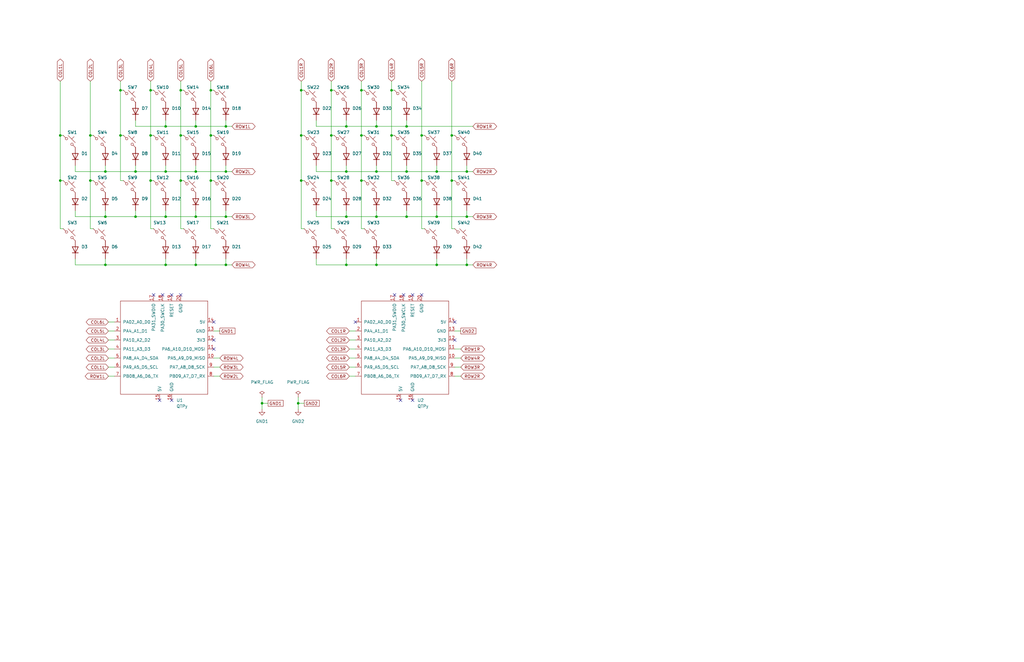
<source format=kicad_sch>
(kicad_sch (version 20230121) (generator eeschema)

  (uuid e63e39d7-6ac0-4ffd-8aa3-1841a4541b55)

  (paper "USLedger")

  (lib_symbols
    (symbol "Diode:1N4448WT" (pin_numbers hide) (pin_names (offset 1.016) hide) (in_bom yes) (on_board yes)
      (property "Reference" "D" (at 0 2.54 0)
        (effects (font (size 1.27 1.27)))
      )
      (property "Value" "1N4448WT" (at 0 -2.54 0)
        (effects (font (size 1.27 1.27)))
      )
      (property "Footprint" "Diode_SMD:D_SOD-523" (at 0 -4.445 0)
        (effects (font (size 1.27 1.27)) hide)
      )
      (property "Datasheet" "http://www.mouser.com/ds/2/149/1N4148WT-461550.pdf" (at 0 0 0)
        (effects (font (size 1.27 1.27)) hide)
      )
      (property "ki_keywords" "diode" (at 0 0 0)
        (effects (font (size 1.27 1.27)) hide)
      )
      (property "ki_description" "75V 0.15A Fast switching Diode, SOD-523" (at 0 0 0)
        (effects (font (size 1.27 1.27)) hide)
      )
      (property "ki_fp_filters" "D*SOD?523*" (at 0 0 0)
        (effects (font (size 1.27 1.27)) hide)
      )
      (symbol "1N4448WT_0_1"
        (polyline
          (pts
            (xy -1.27 1.27)
            (xy -1.27 -1.27)
          )
          (stroke (width 0.254) (type default))
          (fill (type none))
        )
        (polyline
          (pts
            (xy 1.27 0)
            (xy -1.27 0)
          )
          (stroke (width 0) (type default))
          (fill (type none))
        )
        (polyline
          (pts
            (xy 1.27 1.27)
            (xy 1.27 -1.27)
            (xy -1.27 0)
            (xy 1.27 1.27)
          )
          (stroke (width 0.254) (type default))
          (fill (type none))
        )
      )
      (symbol "1N4448WT_1_1"
        (pin passive line (at -3.81 0 0) (length 2.54)
          (name "K" (effects (font (size 1.27 1.27))))
          (number "1" (effects (font (size 1.27 1.27))))
        )
        (pin passive line (at 3.81 0 180) (length 2.54)
          (name "A" (effects (font (size 1.27 1.27))))
          (number "2" (effects (font (size 1.27 1.27))))
        )
      )
    )
    (symbol "Seeeduino XIAO:SeeeduinoXIAO" (pin_names (offset 1.016)) (in_bom yes) (on_board yes)
      (property "Reference" "U" (at -19.05 22.86 0)
        (effects (font (size 1.27 1.27)))
      )
      (property "Value" "SeeeduinoXIAO" (at -12.7 21.59 0)
        (effects (font (size 1.27 1.27)))
      )
      (property "Footprint" "" (at -8.89 5.08 0)
        (effects (font (size 1.27 1.27)) hide)
      )
      (property "Datasheet" "" (at -8.89 5.08 0)
        (effects (font (size 1.27 1.27)) hide)
      )
      (symbol "SeeeduinoXIAO_0_1"
        (rectangle (start -19.05 20.32) (end 17.78 -19.05)
          (stroke (width 0) (type default))
          (fill (type none))
        )
      )
      (symbol "SeeeduinoXIAO_1_1"
        (pin unspecified line (at -21.59 11.43 0) (length 2.54)
          (name "PA02_A0_D0" (effects (font (size 1.27 1.27))))
          (number "1" (effects (font (size 1.27 1.27))))
        )
        (pin unspecified line (at 20.32 -3.81 180) (length 2.54)
          (name "PA5_A9_D9_MISO" (effects (font (size 1.27 1.27))))
          (number "10" (effects (font (size 1.27 1.27))))
        )
        (pin unspecified line (at 20.32 0 180) (length 2.54)
          (name "PA6_A10_D10_MOSI" (effects (font (size 1.27 1.27))))
          (number "11" (effects (font (size 1.27 1.27))))
        )
        (pin unspecified line (at 20.32 3.81 180) (length 2.54)
          (name "3V3" (effects (font (size 1.27 1.27))))
          (number "12" (effects (font (size 1.27 1.27))))
        )
        (pin unspecified line (at 20.32 7.62 180) (length 2.54)
          (name "GND" (effects (font (size 1.27 1.27))))
          (number "13" (effects (font (size 1.27 1.27))))
        )
        (pin unspecified line (at 20.32 11.43 180) (length 2.54)
          (name "5V" (effects (font (size 1.27 1.27))))
          (number "14" (effects (font (size 1.27 1.27))))
        )
        (pin input line (at -2.54 -21.59 90) (length 2.54)
          (name "5V" (effects (font (size 1.27 1.27))))
          (number "15" (effects (font (size 1.27 1.27))))
        )
        (pin input line (at 2.54 -21.59 90) (length 2.54)
          (name "GND" (effects (font (size 1.27 1.27))))
          (number "16" (effects (font (size 1.27 1.27))))
        )
        (pin input line (at -5.08 22.86 270) (length 2.54)
          (name "PA31_SWDIO" (effects (font (size 1.27 1.27))))
          (number "17" (effects (font (size 1.27 1.27))))
        )
        (pin input line (at -1.27 22.86 270) (length 2.54)
          (name "PA30_SWCLK" (effects (font (size 1.27 1.27))))
          (number "18" (effects (font (size 1.27 1.27))))
        )
        (pin input line (at 2.54 22.86 270) (length 2.54)
          (name "RESET" (effects (font (size 1.27 1.27))))
          (number "19" (effects (font (size 1.27 1.27))))
        )
        (pin unspecified line (at -21.59 7.62 0) (length 2.54)
          (name "PA4_A1_D1" (effects (font (size 1.27 1.27))))
          (number "2" (effects (font (size 1.27 1.27))))
        )
        (pin input line (at 6.35 22.86 270) (length 2.54)
          (name "GND" (effects (font (size 1.27 1.27))))
          (number "20" (effects (font (size 1.27 1.27))))
        )
        (pin unspecified line (at -21.59 3.81 0) (length 2.54)
          (name "PA10_A2_D2" (effects (font (size 1.27 1.27))))
          (number "3" (effects (font (size 1.27 1.27))))
        )
        (pin unspecified line (at -21.59 0 0) (length 2.54)
          (name "PA11_A3_D3" (effects (font (size 1.27 1.27))))
          (number "4" (effects (font (size 1.27 1.27))))
        )
        (pin unspecified line (at -21.59 -3.81 0) (length 2.54)
          (name "PA8_A4_D4_SDA" (effects (font (size 1.27 1.27))))
          (number "5" (effects (font (size 1.27 1.27))))
        )
        (pin unspecified line (at -21.59 -7.62 0) (length 2.54)
          (name "PA9_A5_D5_SCL" (effects (font (size 1.27 1.27))))
          (number "6" (effects (font (size 1.27 1.27))))
        )
        (pin unspecified line (at -21.59 -11.43 0) (length 2.54)
          (name "PB08_A6_D6_TX" (effects (font (size 1.27 1.27))))
          (number "7" (effects (font (size 1.27 1.27))))
        )
        (pin unspecified line (at 20.32 -11.43 180) (length 2.54)
          (name "PB09_A7_D7_RX" (effects (font (size 1.27 1.27))))
          (number "8" (effects (font (size 1.27 1.27))))
        )
        (pin unspecified line (at 20.32 -7.62 180) (length 2.54)
          (name "PA7_A8_D8_SCK" (effects (font (size 1.27 1.27))))
          (number "9" (effects (font (size 1.27 1.27))))
        )
      )
    )
    (symbol "Switch:SW_Push_45deg" (pin_numbers hide) (pin_names (offset 1.016) hide) (in_bom yes) (on_board yes)
      (property "Reference" "SW" (at 3.048 1.016 0)
        (effects (font (size 1.27 1.27)) (justify left))
      )
      (property "Value" "SW_Push_45deg" (at 0 -3.81 0)
        (effects (font (size 1.27 1.27)))
      )
      (property "Footprint" "" (at 0 0 0)
        (effects (font (size 1.27 1.27)) hide)
      )
      (property "Datasheet" "~" (at 0 0 0)
        (effects (font (size 1.27 1.27)) hide)
      )
      (property "ki_keywords" "switch normally-open pushbutton push-button" (at 0 0 0)
        (effects (font (size 1.27 1.27)) hide)
      )
      (property "ki_description" "Push button switch, normally open, two pins, 45° tilted" (at 0 0 0)
        (effects (font (size 1.27 1.27)) hide)
      )
      (symbol "SW_Push_45deg_0_1"
        (circle (center -1.1684 1.1684) (radius 0.508)
          (stroke (width 0) (type default))
          (fill (type none))
        )
        (polyline
          (pts
            (xy -0.508 2.54)
            (xy 2.54 -0.508)
          )
          (stroke (width 0) (type default))
          (fill (type none))
        )
        (polyline
          (pts
            (xy 1.016 1.016)
            (xy 2.032 2.032)
          )
          (stroke (width 0) (type default))
          (fill (type none))
        )
        (polyline
          (pts
            (xy -2.54 2.54)
            (xy -1.524 1.524)
            (xy -1.524 1.524)
          )
          (stroke (width 0) (type default))
          (fill (type none))
        )
        (polyline
          (pts
            (xy 1.524 -1.524)
            (xy 2.54 -2.54)
            (xy 2.54 -2.54)
            (xy 2.54 -2.54)
          )
          (stroke (width 0) (type default))
          (fill (type none))
        )
        (circle (center 1.143 -1.1938) (radius 0.508)
          (stroke (width 0) (type default))
          (fill (type none))
        )
        (pin passive line (at -2.54 2.54 0) (length 0)
          (name "1" (effects (font (size 1.27 1.27))))
          (number "1" (effects (font (size 1.27 1.27))))
        )
        (pin passive line (at 2.54 -2.54 180) (length 0)
          (name "2" (effects (font (size 1.27 1.27))))
          (number "2" (effects (font (size 1.27 1.27))))
        )
      )
    )
    (symbol "power:GND1" (power) (pin_names (offset 0)) (in_bom yes) (on_board yes)
      (property "Reference" "#PWR" (at 0 -6.35 0)
        (effects (font (size 1.27 1.27)) hide)
      )
      (property "Value" "GND1" (at 0 -3.81 0)
        (effects (font (size 1.27 1.27)))
      )
      (property "Footprint" "" (at 0 0 0)
        (effects (font (size 1.27 1.27)) hide)
      )
      (property "Datasheet" "" (at 0 0 0)
        (effects (font (size 1.27 1.27)) hide)
      )
      (property "ki_keywords" "power-flag" (at 0 0 0)
        (effects (font (size 1.27 1.27)) hide)
      )
      (property "ki_description" "Power symbol creates a global label with name \"GND1\" , ground" (at 0 0 0)
        (effects (font (size 1.27 1.27)) hide)
      )
      (symbol "GND1_0_1"
        (polyline
          (pts
            (xy 0 0)
            (xy 0 -1.27)
            (xy 1.27 -1.27)
            (xy 0 -2.54)
            (xy -1.27 -1.27)
            (xy 0 -1.27)
          )
          (stroke (width 0) (type default))
          (fill (type none))
        )
      )
      (symbol "GND1_1_1"
        (pin power_in line (at 0 0 270) (length 0) hide
          (name "GND1" (effects (font (size 1.27 1.27))))
          (number "1" (effects (font (size 1.27 1.27))))
        )
      )
    )
    (symbol "power:GND2" (power) (pin_names (offset 0)) (in_bom yes) (on_board yes)
      (property "Reference" "#PWR" (at 0 -6.35 0)
        (effects (font (size 1.27 1.27)) hide)
      )
      (property "Value" "GND2" (at 0 -3.81 0)
        (effects (font (size 1.27 1.27)))
      )
      (property "Footprint" "" (at 0 0 0)
        (effects (font (size 1.27 1.27)) hide)
      )
      (property "Datasheet" "" (at 0 0 0)
        (effects (font (size 1.27 1.27)) hide)
      )
      (property "ki_keywords" "power-flag" (at 0 0 0)
        (effects (font (size 1.27 1.27)) hide)
      )
      (property "ki_description" "Power symbol creates a global label with name \"GND2\" , ground" (at 0 0 0)
        (effects (font (size 1.27 1.27)) hide)
      )
      (symbol "GND2_0_1"
        (polyline
          (pts
            (xy 0 0)
            (xy 0 -1.27)
            (xy 1.27 -1.27)
            (xy 0 -2.54)
            (xy -1.27 -1.27)
            (xy 0 -1.27)
          )
          (stroke (width 0) (type default))
          (fill (type none))
        )
      )
      (symbol "GND2_1_1"
        (pin power_in line (at 0 0 270) (length 0) hide
          (name "GND2" (effects (font (size 1.27 1.27))))
          (number "1" (effects (font (size 1.27 1.27))))
        )
      )
    )
    (symbol "power:PWR_FLAG" (power) (pin_numbers hide) (pin_names (offset 0) hide) (in_bom yes) (on_board yes)
      (property "Reference" "#FLG" (at 0 1.905 0)
        (effects (font (size 1.27 1.27)) hide)
      )
      (property "Value" "PWR_FLAG" (at 0 3.81 0)
        (effects (font (size 1.27 1.27)))
      )
      (property "Footprint" "" (at 0 0 0)
        (effects (font (size 1.27 1.27)) hide)
      )
      (property "Datasheet" "~" (at 0 0 0)
        (effects (font (size 1.27 1.27)) hide)
      )
      (property "ki_keywords" "power-flag" (at 0 0 0)
        (effects (font (size 1.27 1.27)) hide)
      )
      (property "ki_description" "Special symbol for telling ERC where power comes from" (at 0 0 0)
        (effects (font (size 1.27 1.27)) hide)
      )
      (symbol "PWR_FLAG_0_0"
        (pin power_out line (at 0 0 90) (length 0)
          (name "pwr" (effects (font (size 1.27 1.27))))
          (number "1" (effects (font (size 1.27 1.27))))
        )
      )
      (symbol "PWR_FLAG_0_1"
        (polyline
          (pts
            (xy 0 0)
            (xy 0 1.27)
            (xy -1.016 1.905)
            (xy 0 2.54)
            (xy 1.016 1.905)
            (xy 0 1.27)
          )
          (stroke (width 0) (type default))
          (fill (type none))
        )
      )
    )
  )

  (junction (at 152.4 76.2) (diameter 0) (color 0 0 0 0)
    (uuid 030bea25-e66a-4189-87ed-e07938284a6b)
  )
  (junction (at 171.45 72.39) (diameter 0) (color 0 0 0 0)
    (uuid 03fb1c45-5a0d-422b-bd71-a3258d45276e)
  )
  (junction (at 158.75 111.76) (diameter 0) (color 0 0 0 0)
    (uuid 042b7614-6e91-4ef3-ba9b-99a83d25a6e5)
  )
  (junction (at 165.1 38.1) (diameter 0) (color 0 0 0 0)
    (uuid 09792539-e08d-4180-b7ac-b72ff625e705)
  )
  (junction (at 158.75 91.44) (diameter 0) (color 0 0 0 0)
    (uuid 146c5d4d-771a-41ef-b765-94ee3cbaffe9)
  )
  (junction (at 76.2 38.1) (diameter 0) (color 0 0 0 0)
    (uuid 161435d0-b318-4bbc-83b8-7e10c19851e9)
  )
  (junction (at 57.15 91.44) (diameter 0) (color 0 0 0 0)
    (uuid 1a595bf8-e366-4919-999c-a5821bdb3897)
  )
  (junction (at 196.85 72.39) (diameter 0) (color 0 0 0 0)
    (uuid 1d49e429-2c5f-431e-ad4f-c679388a3133)
  )
  (junction (at 125.73 170.18) (diameter 0) (color 0 0 0 0)
    (uuid 1e79101a-82ec-4117-b509-e98cba1aeea6)
  )
  (junction (at 158.75 72.39) (diameter 0) (color 0 0 0 0)
    (uuid 20e2db26-a164-42f0-b022-faa4f65d3c5d)
  )
  (junction (at 50.8 38.1) (diameter 0) (color 0 0 0 0)
    (uuid 23b37c88-1e2c-4a86-84aa-827e62654a3b)
  )
  (junction (at 146.05 111.76) (diameter 0) (color 0 0 0 0)
    (uuid 28962299-d170-4127-8faf-6ee069e4b279)
  )
  (junction (at 177.8 76.2) (diameter 0) (color 0 0 0 0)
    (uuid 2a2081ba-e73f-4f8a-9d51-c71049ba0a5a)
  )
  (junction (at 146.05 91.44) (diameter 0) (color 0 0 0 0)
    (uuid 2adab51d-6104-4ad1-a3bf-db1a60e2eff9)
  )
  (junction (at 50.8 57.15) (diameter 0) (color 0 0 0 0)
    (uuid 2c502eb7-5d0e-4f60-a5bb-38d7ff289df3)
  )
  (junction (at 44.45 72.39) (diameter 0) (color 0 0 0 0)
    (uuid 2f094694-679d-4cf1-8e6e-f5423619ee09)
  )
  (junction (at 139.7 38.1) (diameter 0) (color 0 0 0 0)
    (uuid 31013c4b-4965-497e-bf26-284240e23d58)
  )
  (junction (at 82.55 72.39) (diameter 0) (color 0 0 0 0)
    (uuid 351b32f4-b644-44d3-854c-8282e04688da)
  )
  (junction (at 44.45 91.44) (diameter 0) (color 0 0 0 0)
    (uuid 393ff880-f098-414d-aaba-23773dc1c9bb)
  )
  (junction (at 76.2 57.15) (diameter 0) (color 0 0 0 0)
    (uuid 3a93910f-7b57-4d68-9aee-aaa0d572dec8)
  )
  (junction (at 63.5 57.15) (diameter 0) (color 0 0 0 0)
    (uuid 3bcf58d2-d84b-4466-8c11-1ffb73391c9e)
  )
  (junction (at 127 57.15) (diameter 0) (color 0 0 0 0)
    (uuid 3d32878f-640a-40ff-9277-c886afdc7eec)
  )
  (junction (at 88.9 76.2) (diameter 0) (color 0 0 0 0)
    (uuid 4068e515-02c2-4c17-a6d6-b7b55c6bf74b)
  )
  (junction (at 76.2 76.2) (diameter 0) (color 0 0 0 0)
    (uuid 43dc4f34-cea8-46b1-b010-d2f362de2a09)
  )
  (junction (at 38.1 57.15) (diameter 0) (color 0 0 0 0)
    (uuid 43fc4376-f8ef-4eeb-8358-27f15f258c9c)
  )
  (junction (at 139.7 57.15) (diameter 0) (color 0 0 0 0)
    (uuid 44db59a1-a2a6-4c54-96fa-8b27fe0ca457)
  )
  (junction (at 152.4 57.15) (diameter 0) (color 0 0 0 0)
    (uuid 4824bba5-f381-43a9-b9bc-3aeaf89a9c55)
  )
  (junction (at 82.55 91.44) (diameter 0) (color 0 0 0 0)
    (uuid 4dba88cb-f538-4b3b-9ed5-31d46f5f7a99)
  )
  (junction (at 95.25 91.44) (diameter 0) (color 0 0 0 0)
    (uuid 60b85c62-1970-451c-83e0-41f2d7955b2b)
  )
  (junction (at 184.15 72.39) (diameter 0) (color 0 0 0 0)
    (uuid 617daaa4-9b99-4169-b2a3-1e34dbd36ed9)
  )
  (junction (at 110.49 170.18) (diameter 0) (color 0 0 0 0)
    (uuid 6c600eab-65ea-4750-88b1-3c45ac9b1d31)
  )
  (junction (at 69.85 53.34) (diameter 0) (color 0 0 0 0)
    (uuid 6f533878-baa0-442e-9403-2d29ca135ed5)
  )
  (junction (at 57.15 72.39) (diameter 0) (color 0 0 0 0)
    (uuid 7153e1e5-beec-4f71-9373-3d9a55f743b4)
  )
  (junction (at 69.85 72.39) (diameter 0) (color 0 0 0 0)
    (uuid 7c099fa0-0ace-4c02-9357-e4e1ce30e6cd)
  )
  (junction (at 88.9 38.1) (diameter 0) (color 0 0 0 0)
    (uuid 7c3e50ac-ca74-4aa9-ac7c-703038df7bfd)
  )
  (junction (at 171.45 91.44) (diameter 0) (color 0 0 0 0)
    (uuid 80c5dfc7-9b17-46ae-aa6d-465eaff69a52)
  )
  (junction (at 196.85 111.76) (diameter 0) (color 0 0 0 0)
    (uuid 889d26b9-1bf0-44ef-bc9b-975fd0852b05)
  )
  (junction (at 25.4 76.2) (diameter 0) (color 0 0 0 0)
    (uuid a6b00573-d8bf-4a72-b42b-d5f856ca3565)
  )
  (junction (at 82.55 53.34) (diameter 0) (color 0 0 0 0)
    (uuid a8340140-84e1-40a7-a018-401550bf0b17)
  )
  (junction (at 95.25 72.39) (diameter 0) (color 0 0 0 0)
    (uuid a87d5a1e-3731-4986-8b7b-4ebb0b2c48aa)
  )
  (junction (at 95.25 53.34) (diameter 0) (color 0 0 0 0)
    (uuid a9e6ca36-fafe-42b6-b5c1-747d4cf60c2a)
  )
  (junction (at 38.1 76.2) (diameter 0) (color 0 0 0 0)
    (uuid b1920e1f-520f-4da5-b3c0-854a776bf7ea)
  )
  (junction (at 69.85 111.76) (diameter 0) (color 0 0 0 0)
    (uuid b743d074-8ac4-477d-8d91-25c1f8bcf2b9)
  )
  (junction (at 196.85 91.44) (diameter 0) (color 0 0 0 0)
    (uuid b77a2204-2761-46dd-9155-f9f1e9fde94a)
  )
  (junction (at 82.55 111.76) (diameter 0) (color 0 0 0 0)
    (uuid b7b72445-8f33-4bfa-9a03-bb964705d260)
  )
  (junction (at 95.25 111.76) (diameter 0) (color 0 0 0 0)
    (uuid b83be481-73ea-41f4-ab4d-48c0a0581a3e)
  )
  (junction (at 44.45 111.76) (diameter 0) (color 0 0 0 0)
    (uuid c2200acd-4716-4553-96aa-940aec71d773)
  )
  (junction (at 184.15 111.76) (diameter 0) (color 0 0 0 0)
    (uuid c390c601-c496-4c93-b299-919b4d8211aa)
  )
  (junction (at 171.45 53.34) (diameter 0) (color 0 0 0 0)
    (uuid c81ce3a1-9555-40ea-a3af-71c29156f3bf)
  )
  (junction (at 139.7 76.2) (diameter 0) (color 0 0 0 0)
    (uuid c8f5dd66-0925-43b3-b28c-6a57882928ca)
  )
  (junction (at 127 76.2) (diameter 0) (color 0 0 0 0)
    (uuid cad3d50e-ad3d-4891-be57-2718764806c2)
  )
  (junction (at 165.1 57.15) (diameter 0) (color 0 0 0 0)
    (uuid cc94f656-88fa-4ed5-a057-1fc25f0c8ce3)
  )
  (junction (at 190.5 57.15) (diameter 0) (color 0 0 0 0)
    (uuid cc974ace-b741-4667-bbc5-f86527b2b108)
  )
  (junction (at 25.4 57.15) (diameter 0) (color 0 0 0 0)
    (uuid ce488eee-5322-4d09-ba3d-708e354d83dc)
  )
  (junction (at 63.5 76.2) (diameter 0) (color 0 0 0 0)
    (uuid d03304ea-55a1-41fb-9869-6906602f5d4d)
  )
  (junction (at 177.8 57.15) (diameter 0) (color 0 0 0 0)
    (uuid d9673689-e06f-4cb4-8467-1ea067abea8e)
  )
  (junction (at 158.75 53.34) (diameter 0) (color 0 0 0 0)
    (uuid da949525-924d-488d-8aa7-507983fbad50)
  )
  (junction (at 88.9 57.15) (diameter 0) (color 0 0 0 0)
    (uuid dc64dfac-b7b1-4686-8138-9e17957216bb)
  )
  (junction (at 63.5 38.1) (diameter 0) (color 0 0 0 0)
    (uuid dc6cf047-afb6-4c78-9526-3a25075ab3d9)
  )
  (junction (at 184.15 91.44) (diameter 0) (color 0 0 0 0)
    (uuid dd426365-78ef-4677-9053-747a2d11166e)
  )
  (junction (at 190.5 76.2) (diameter 0) (color 0 0 0 0)
    (uuid de176524-2de5-40a9-bfdd-3f90a0a160db)
  )
  (junction (at 146.05 53.34) (diameter 0) (color 0 0 0 0)
    (uuid e2b7d6dc-536e-4614-9047-ce1b949d7fac)
  )
  (junction (at 152.4 38.1) (diameter 0) (color 0 0 0 0)
    (uuid e8a5d709-08df-4c58-bb69-195685ac211a)
  )
  (junction (at 146.05 72.39) (diameter 0) (color 0 0 0 0)
    (uuid ea567fea-c672-48e6-9657-5579b1397edc)
  )
  (junction (at 69.85 91.44) (diameter 0) (color 0 0 0 0)
    (uuid ec09b6f9-1849-48df-80a8-55b48bc5a84f)
  )
  (junction (at 127 38.1) (diameter 0) (color 0 0 0 0)
    (uuid fcbbb94c-7551-450b-abab-70dc03ac6af7)
  )

  (no_connect (at 191.77 143.51) (uuid 36ed20ba-f397-47b0-b033-fb61007e0529))
  (no_connect (at 72.39 168.91) (uuid 7256d5d9-d21d-424e-abeb-4feb055d10d3))
  (no_connect (at 67.31 168.91) (uuid 7256d5d9-d21d-424e-abeb-4feb055d10d4))
  (no_connect (at 90.17 147.32) (uuid 7256d5d9-d21d-424e-abeb-4feb055d10d5))
  (no_connect (at 68.58 124.46) (uuid 7256d5d9-d21d-424e-abeb-4feb055d10d6))
  (no_connect (at 64.77 124.46) (uuid 7256d5d9-d21d-424e-abeb-4feb055d10d7))
  (no_connect (at 72.39 124.46) (uuid 7256d5d9-d21d-424e-abeb-4feb055d10d8))
  (no_connect (at 76.2 124.46) (uuid 7256d5d9-d21d-424e-abeb-4feb055d10d9))
  (no_connect (at 90.17 135.89) (uuid 7256d5d9-d21d-424e-abeb-4feb055d10da))
  (no_connect (at 173.99 168.91) (uuid 7256d5d9-d21d-424e-abeb-4feb055d10db))
  (no_connect (at 168.91 168.91) (uuid 7256d5d9-d21d-424e-abeb-4feb055d10dc))
  (no_connect (at 149.86 135.89) (uuid 7256d5d9-d21d-424e-abeb-4feb055d10dd))
  (no_connect (at 166.37 124.46) (uuid 7256d5d9-d21d-424e-abeb-4feb055d10de))
  (no_connect (at 173.99 124.46) (uuid 7256d5d9-d21d-424e-abeb-4feb055d10df))
  (no_connect (at 177.8 124.46) (uuid 7256d5d9-d21d-424e-abeb-4feb055d10e0))
  (no_connect (at 170.18 124.46) (uuid 7256d5d9-d21d-424e-abeb-4feb055d10e1))
  (no_connect (at 191.77 135.89) (uuid 7256d5d9-d21d-424e-abeb-4feb055d10e2))
  (no_connect (at 90.17 143.51) (uuid 86fc8d26-3378-4fab-89df-5413f6a51ffc))

  (wire (pts (xy 146.05 91.44) (xy 158.75 91.44))
    (stroke (width 0) (type default))
    (uuid 0155f47f-6193-40c6-8a61-f8d436a0b3fd)
  )
  (wire (pts (xy 82.55 109.22) (xy 82.55 111.76))
    (stroke (width 0) (type default))
    (uuid 01d1d0fe-be9b-4807-ae2d-7cc91c79aedd)
  )
  (wire (pts (xy 177.8 76.2) (xy 177.8 96.52))
    (stroke (width 0) (type default))
    (uuid 03a3a4c4-be08-44a5-90df-e9dff04141d1)
  )
  (wire (pts (xy 76.2 76.2) (xy 77.47 76.2))
    (stroke (width 0) (type default))
    (uuid 04cb193b-c01b-46a7-90ef-c33a5ed0d530)
  )
  (wire (pts (xy 171.45 69.85) (xy 171.45 72.39))
    (stroke (width 0) (type default))
    (uuid 05b2cbf9-c18d-450d-a246-ff780e3fd4d7)
  )
  (wire (pts (xy 63.5 38.1) (xy 63.5 57.15))
    (stroke (width 0) (type default))
    (uuid 08fc222d-fa15-4ea4-af4a-4645dbdd0cdf)
  )
  (wire (pts (xy 44.45 109.22) (xy 44.45 111.76))
    (stroke (width 0) (type default))
    (uuid 0a899424-b7a1-4fd8-b640-36ffdca876a7)
  )
  (wire (pts (xy 63.5 38.1) (xy 64.77 38.1))
    (stroke (width 0) (type default))
    (uuid 0c079bf5-1b1d-45b4-b25d-a96fc9a6dd6e)
  )
  (wire (pts (xy 92.71 158.75) (xy 90.17 158.75))
    (stroke (width 0) (type default))
    (uuid 105dd37d-5cbe-4516-8f76-962aa677f74f)
  )
  (wire (pts (xy 196.85 111.76) (xy 196.85 109.22))
    (stroke (width 0) (type default))
    (uuid 1262ebd9-d1fd-4467-90f4-9d35f48e0794)
  )
  (wire (pts (xy 38.1 76.2) (xy 39.37 76.2))
    (stroke (width 0) (type default))
    (uuid 12d74e00-3374-4318-b78e-527532869cfa)
  )
  (wire (pts (xy 133.35 72.39) (xy 146.05 72.39))
    (stroke (width 0) (type default))
    (uuid 1455130d-ad68-450c-9b59-74af9783cdbb)
  )
  (wire (pts (xy 177.8 57.15) (xy 179.07 57.15))
    (stroke (width 0) (type default))
    (uuid 1739c351-8932-4ead-aabb-25cef9ca41cb)
  )
  (wire (pts (xy 171.45 50.8) (xy 171.45 53.34))
    (stroke (width 0) (type default))
    (uuid 1a86b660-cc6f-4da0-a43a-a670d20707ef)
  )
  (wire (pts (xy 31.75 91.44) (xy 31.75 88.9))
    (stroke (width 0) (type default))
    (uuid 1b1fdaa8-dc5c-40b4-85a0-1e300f318866)
  )
  (wire (pts (xy 190.5 76.2) (xy 190.5 96.52))
    (stroke (width 0) (type default))
    (uuid 1c8674a4-9b6d-4ed4-9c90-59d3df250698)
  )
  (wire (pts (xy 158.75 69.85) (xy 158.75 72.39))
    (stroke (width 0) (type default))
    (uuid 20fae33c-dcaf-4f53-9c4b-41f25aba7f17)
  )
  (wire (pts (xy 82.55 91.44) (xy 95.25 91.44))
    (stroke (width 0) (type default))
    (uuid 21d71a13-e304-404f-9e26-f2537311e93d)
  )
  (wire (pts (xy 165.1 57.15) (xy 165.1 76.2))
    (stroke (width 0) (type default))
    (uuid 23af6227-bd51-4ba8-b53f-d37af99a33b2)
  )
  (wire (pts (xy 95.25 72.39) (xy 97.79 72.39))
    (stroke (width 0) (type default))
    (uuid 247e71e6-8ecd-4990-ba46-ad749aae82f8)
  )
  (wire (pts (xy 127 57.15) (xy 128.27 57.15))
    (stroke (width 0) (type default))
    (uuid 258a7d54-52b9-4a12-ab02-238b7a86d2de)
  )
  (wire (pts (xy 64.77 96.52) (xy 63.5 96.52))
    (stroke (width 0) (type default))
    (uuid 2640a9c0-48f4-43f2-a469-bc229ae171c7)
  )
  (wire (pts (xy 133.35 91.44) (xy 146.05 91.44))
    (stroke (width 0) (type default))
    (uuid 27f49149-82a4-4c35-b682-591b9b9c284a)
  )
  (wire (pts (xy 184.15 88.9) (xy 184.15 91.44))
    (stroke (width 0) (type default))
    (uuid 280763c4-35dd-4e02-81a0-1a66a21eda9c)
  )
  (wire (pts (xy 45.72 151.13) (xy 48.26 151.13))
    (stroke (width 0) (type default))
    (uuid 2986865c-b335-43f5-97f7-dc9a0a35d5b8)
  )
  (wire (pts (xy 25.4 76.2) (xy 26.67 76.2))
    (stroke (width 0) (type default))
    (uuid 29d09728-5c25-4060-8d73-b580ef4dd0ef)
  )
  (wire (pts (xy 196.85 88.9) (xy 196.85 91.44))
    (stroke (width 0) (type default))
    (uuid 2b51906e-da7e-4cb2-bddc-bb946390594f)
  )
  (wire (pts (xy 184.15 91.44) (xy 196.85 91.44))
    (stroke (width 0) (type default))
    (uuid 2b6ed336-fe58-49b2-af75-e5a6535b239c)
  )
  (wire (pts (xy 63.5 34.29) (xy 63.5 38.1))
    (stroke (width 0) (type default))
    (uuid 2bc028ea-e82c-4ce3-bc4e-01c3f1ffb6a3)
  )
  (wire (pts (xy 95.25 53.34) (xy 95.25 50.8))
    (stroke (width 0) (type default))
    (uuid 2bfdbf62-ea1c-4388-bb22-dc584559ef8d)
  )
  (wire (pts (xy 152.4 57.15) (xy 153.67 57.15))
    (stroke (width 0) (type default))
    (uuid 2c2abe16-fd16-48d4-900b-a20803dd77d9)
  )
  (wire (pts (xy 82.55 72.39) (xy 95.25 72.39))
    (stroke (width 0) (type default))
    (uuid 2d015ab6-eea1-4071-b548-1069df36c39b)
  )
  (wire (pts (xy 90.17 139.7) (xy 92.71 139.7))
    (stroke (width 0) (type default))
    (uuid 2eb6e1c0-a0b6-4c6e-a225-2398ebcb57cf)
  )
  (wire (pts (xy 57.15 69.85) (xy 57.15 72.39))
    (stroke (width 0) (type default))
    (uuid 2f006646-6bcb-4cb1-a492-90f704c98ec0)
  )
  (wire (pts (xy 88.9 34.29) (xy 88.9 38.1))
    (stroke (width 0) (type default))
    (uuid 31c92754-79f3-4002-8973-b505250003cd)
  )
  (wire (pts (xy 147.32 139.7) (xy 149.86 139.7))
    (stroke (width 0) (type default))
    (uuid 3220b760-0446-46f5-89cc-c74278ba4065)
  )
  (wire (pts (xy 165.1 76.2) (xy 166.37 76.2))
    (stroke (width 0) (type default))
    (uuid 33335a8b-d1ce-408f-b5d0-ef3746fd6b90)
  )
  (wire (pts (xy 158.75 72.39) (xy 171.45 72.39))
    (stroke (width 0) (type default))
    (uuid 3398a72a-16ac-49bb-a8ac-3cdc93ace2a2)
  )
  (wire (pts (xy 63.5 57.15) (xy 63.5 76.2))
    (stroke (width 0) (type default))
    (uuid 346808dd-3aae-4b5c-a4a8-2aef7f8ecf9f)
  )
  (wire (pts (xy 44.45 111.76) (xy 69.85 111.76))
    (stroke (width 0) (type default))
    (uuid 3497cbcb-d163-45ee-b1d7-512d200aca99)
  )
  (wire (pts (xy 190.5 57.15) (xy 191.77 57.15))
    (stroke (width 0) (type default))
    (uuid 34febe28-5daf-4b2d-afa7-8cd7c89c36b5)
  )
  (wire (pts (xy 57.15 53.34) (xy 69.85 53.34))
    (stroke (width 0) (type default))
    (uuid 357ed085-6c34-4be1-a3d3-cc15e516417b)
  )
  (wire (pts (xy 95.25 111.76) (xy 95.25 109.22))
    (stroke (width 0) (type default))
    (uuid 396c1078-df1f-4348-ae03-030e23070472)
  )
  (wire (pts (xy 158.75 111.76) (xy 158.75 109.22))
    (stroke (width 0) (type default))
    (uuid 399b7533-90f0-4b74-82a2-cb2860027ccb)
  )
  (wire (pts (xy 76.2 38.1) (xy 77.47 38.1))
    (stroke (width 0) (type default))
    (uuid 3be8d9de-8c90-498d-8eeb-1018926835ff)
  )
  (wire (pts (xy 38.1 34.29) (xy 38.1 57.15))
    (stroke (width 0) (type default))
    (uuid 3ce27b3a-d176-4d3c-bec1-cfd1cf638556)
  )
  (wire (pts (xy 152.4 38.1) (xy 152.4 57.15))
    (stroke (width 0) (type default))
    (uuid 3d3b24f7-f9be-439f-ae35-ea12ea92e673)
  )
  (wire (pts (xy 147.32 158.75) (xy 149.86 158.75))
    (stroke (width 0) (type default))
    (uuid 3deb3a19-14f1-45ec-b50d-ce7ca26be6ac)
  )
  (wire (pts (xy 69.85 69.85) (xy 69.85 72.39))
    (stroke (width 0) (type default))
    (uuid 3e022328-bdb4-4732-9ec5-731e837dbbae)
  )
  (wire (pts (xy 57.15 91.44) (xy 69.85 91.44))
    (stroke (width 0) (type default))
    (uuid 3e0988d1-be00-4511-93f5-0c5c688fd2f9)
  )
  (wire (pts (xy 147.32 143.51) (xy 149.86 143.51))
    (stroke (width 0) (type default))
    (uuid 3ef4f3e9-c1df-4c54-b445-6c8cd5c51b5e)
  )
  (wire (pts (xy 158.75 53.34) (xy 171.45 53.34))
    (stroke (width 0) (type default))
    (uuid 3f969dff-d117-4da1-8dc1-d9cfb2c71644)
  )
  (wire (pts (xy 50.8 34.29) (xy 50.8 38.1))
    (stroke (width 0) (type default))
    (uuid 445564fc-ce27-4a62-98b4-ada7f6f4141f)
  )
  (wire (pts (xy 128.27 76.2) (xy 127 76.2))
    (stroke (width 0) (type default))
    (uuid 44c0430e-0ae2-470d-aba2-228442e6e690)
  )
  (wire (pts (xy 152.4 38.1) (xy 153.67 38.1))
    (stroke (width 0) (type default))
    (uuid 464cc5e3-7bd6-4b5d-808f-707391dc5a10)
  )
  (wire (pts (xy 139.7 34.29) (xy 139.7 38.1))
    (stroke (width 0) (type default))
    (uuid 49b070e8-710e-4cd3-899a-5b2f094b85a4)
  )
  (wire (pts (xy 52.07 76.2) (xy 50.8 76.2))
    (stroke (width 0) (type default))
    (uuid 4a55c5bd-3c74-4be0-afac-527af1fd9a09)
  )
  (wire (pts (xy 88.9 38.1) (xy 90.17 38.1))
    (stroke (width 0) (type default))
    (uuid 4acad6b6-9a14-4bf6-b9f9-4c12e61f0cc2)
  )
  (wire (pts (xy 146.05 50.8) (xy 146.05 53.34))
    (stroke (width 0) (type default))
    (uuid 4adfdbfd-5017-4eaf-bb5e-5cc620d5b891)
  )
  (wire (pts (xy 76.2 38.1) (xy 76.2 57.15))
    (stroke (width 0) (type default))
    (uuid 4b9b4d29-2038-4e72-b358-a8905ef36d78)
  )
  (wire (pts (xy 133.35 72.39) (xy 133.35 69.85))
    (stroke (width 0) (type default))
    (uuid 4d087243-0714-4a54-9f29-1520632add5a)
  )
  (wire (pts (xy 184.15 69.85) (xy 184.15 72.39))
    (stroke (width 0) (type default))
    (uuid 4d3a52c4-860d-4605-962f-be1e99c88be9)
  )
  (wire (pts (xy 158.75 88.9) (xy 158.75 91.44))
    (stroke (width 0) (type default))
    (uuid 4dfd7365-b9c8-4bfe-b73d-f74cb94a0f97)
  )
  (wire (pts (xy 140.97 76.2) (xy 139.7 76.2))
    (stroke (width 0) (type default))
    (uuid 4e3ab042-3366-4848-acab-a302192e9ad5)
  )
  (wire (pts (xy 165.1 34.29) (xy 165.1 38.1))
    (stroke (width 0) (type default))
    (uuid 5104756a-0547-4fac-a6b2-d12d8b6d458a)
  )
  (wire (pts (xy 38.1 76.2) (xy 38.1 96.52))
    (stroke (width 0) (type default))
    (uuid 541ef79b-f298-4774-bd94-c24f42946e97)
  )
  (wire (pts (xy 110.49 167.64) (xy 110.49 170.18))
    (stroke (width 0) (type default))
    (uuid 554372e5-7e5a-402d-8b2d-2a35ad7feffc)
  )
  (wire (pts (xy 191.77 151.13) (xy 194.31 151.13))
    (stroke (width 0) (type default))
    (uuid 55711e6a-5543-44a9-9159-1e4342cf62e7)
  )
  (wire (pts (xy 50.8 76.2) (xy 50.8 57.15))
    (stroke (width 0) (type default))
    (uuid 5678a844-6a38-4f95-8c67-d8a1a547deed)
  )
  (wire (pts (xy 191.77 139.7) (xy 194.31 139.7))
    (stroke (width 0) (type default))
    (uuid 576186e6-41bc-40ef-b86a-813b66a89bff)
  )
  (wire (pts (xy 76.2 57.15) (xy 77.47 57.15))
    (stroke (width 0) (type default))
    (uuid 5a8ec995-360d-4ef4-b47e-65477eb0bf35)
  )
  (wire (pts (xy 146.05 72.39) (xy 158.75 72.39))
    (stroke (width 0) (type default))
    (uuid 5c2bfe56-8f2a-4ed9-bff7-4a56c1f25a07)
  )
  (wire (pts (xy 127 76.2) (xy 127 57.15))
    (stroke (width 0) (type default))
    (uuid 5cb05459-51c0-404a-ae5e-014f3318b3da)
  )
  (wire (pts (xy 44.45 69.85) (xy 44.45 72.39))
    (stroke (width 0) (type default))
    (uuid 629d5053-3b14-431e-a138-7f42dcdbca4e)
  )
  (wire (pts (xy 152.4 34.29) (xy 152.4 38.1))
    (stroke (width 0) (type default))
    (uuid 63ad96d3-948b-4621-8db3-66b6aca84227)
  )
  (wire (pts (xy 196.85 72.39) (xy 199.39 72.39))
    (stroke (width 0) (type default))
    (uuid 64d79ad3-cd38-415b-a9f1-1d4be70b1c22)
  )
  (wire (pts (xy 171.45 88.9) (xy 171.45 91.44))
    (stroke (width 0) (type default))
    (uuid 676ac893-b296-4f85-ba32-a95328b77158)
  )
  (wire (pts (xy 147.32 154.94) (xy 149.86 154.94))
    (stroke (width 0) (type default))
    (uuid 677cdf4d-1ba3-47b9-ae88-702400bf59ac)
  )
  (wire (pts (xy 50.8 38.1) (xy 52.07 38.1))
    (stroke (width 0) (type default))
    (uuid 68bf4ccd-236a-4928-a03a-e382b4ccb581)
  )
  (wire (pts (xy 184.15 72.39) (xy 196.85 72.39))
    (stroke (width 0) (type default))
    (uuid 6d804575-dd01-4b59-b0ca-cc8a2acab3c8)
  )
  (wire (pts (xy 45.72 154.94) (xy 48.26 154.94))
    (stroke (width 0) (type default))
    (uuid 6edd9bb7-a1e8-469a-95e8-245d44897f20)
  )
  (wire (pts (xy 158.75 50.8) (xy 158.75 53.34))
    (stroke (width 0) (type default))
    (uuid 6f1abdd3-ab37-4dba-976c-62f122596faf)
  )
  (wire (pts (xy 191.77 147.32) (xy 194.31 147.32))
    (stroke (width 0) (type default))
    (uuid 70c56cf1-609a-49b9-a8ea-4bded590055c)
  )
  (wire (pts (xy 133.35 50.8) (xy 133.35 53.34))
    (stroke (width 0) (type default))
    (uuid 72282a07-464e-4809-93c3-0009da83aa21)
  )
  (wire (pts (xy 196.85 111.76) (xy 199.39 111.76))
    (stroke (width 0) (type default))
    (uuid 73939312-3e44-43e5-8827-8ebdb300e07c)
  )
  (wire (pts (xy 69.85 53.34) (xy 82.55 53.34))
    (stroke (width 0) (type default))
    (uuid 73ce1a2a-a401-4b9b-92e0-306ec5722b39)
  )
  (wire (pts (xy 95.25 91.44) (xy 95.25 88.9))
    (stroke (width 0) (type default))
    (uuid 742a35e5-4614-495d-af07-fb6bed9a3b1c)
  )
  (wire (pts (xy 69.85 111.76) (xy 82.55 111.76))
    (stroke (width 0) (type default))
    (uuid 750f9429-bfb2-4f05-bd60-c1c020bf3cf6)
  )
  (wire (pts (xy 177.8 57.15) (xy 177.8 76.2))
    (stroke (width 0) (type default))
    (uuid 7a3ebd61-7f3e-43d5-a009-50d69cc90d69)
  )
  (wire (pts (xy 110.49 170.18) (xy 113.03 170.18))
    (stroke (width 0) (type default))
    (uuid 7b4415e2-c10f-485a-8cc5-fcfe80594f1b)
  )
  (wire (pts (xy 50.8 38.1) (xy 50.8 57.15))
    (stroke (width 0) (type default))
    (uuid 7bb94f7a-b865-43bd-b4dc-faff99eb4d8a)
  )
  (wire (pts (xy 88.9 57.15) (xy 88.9 76.2))
    (stroke (width 0) (type default))
    (uuid 7bc27721-0ce9-43b5-8b47-e9d58e740882)
  )
  (wire (pts (xy 63.5 57.15) (xy 64.77 57.15))
    (stroke (width 0) (type default))
    (uuid 7e86112b-0789-4083-8e07-e6eeb27a4d42)
  )
  (wire (pts (xy 146.05 69.85) (xy 146.05 72.39))
    (stroke (width 0) (type default))
    (uuid 824d990f-a5d1-43fe-956d-5ba0646e9b02)
  )
  (wire (pts (xy 139.7 38.1) (xy 139.7 57.15))
    (stroke (width 0) (type default))
    (uuid 8785d6cc-289a-4463-8dc1-7c11231bde79)
  )
  (wire (pts (xy 147.32 151.13) (xy 149.86 151.13))
    (stroke (width 0) (type default))
    (uuid 88bd11a6-270d-4702-a54f-d0bed5c97172)
  )
  (wire (pts (xy 95.25 53.34) (xy 97.79 53.34))
    (stroke (width 0) (type default))
    (uuid 89c17baa-891f-4d2c-82da-7ec293d85e9c)
  )
  (wire (pts (xy 57.15 72.39) (xy 69.85 72.39))
    (stroke (width 0) (type default))
    (uuid 8b267ff9-d8c7-450b-8d7a-5a0b52145da5)
  )
  (wire (pts (xy 69.85 72.39) (xy 82.55 72.39))
    (stroke (width 0) (type default))
    (uuid 8b2946c4-1b86-457f-8802-1ca66b9de0c0)
  )
  (wire (pts (xy 127 34.29) (xy 127 38.1))
    (stroke (width 0) (type default))
    (uuid 8e6a14c1-d404-4208-a5ae-487d52d4abe9)
  )
  (wire (pts (xy 69.85 88.9) (xy 69.85 91.44))
    (stroke (width 0) (type default))
    (uuid 8f6db15a-d852-4f11-af07-170a77e3d022)
  )
  (wire (pts (xy 184.15 111.76) (xy 196.85 111.76))
    (stroke (width 0) (type default))
    (uuid 908604bb-f6f4-43de-b417-bb6caf41bd0e)
  )
  (wire (pts (xy 177.8 76.2) (xy 179.07 76.2))
    (stroke (width 0) (type default))
    (uuid 9183d928-8828-4d91-97de-ffcace350c21)
  )
  (wire (pts (xy 57.15 88.9) (xy 57.15 91.44))
    (stroke (width 0) (type default))
    (uuid 956bed0a-6b12-492e-b88a-5d45afb39c14)
  )
  (wire (pts (xy 25.4 34.29) (xy 25.4 57.15))
    (stroke (width 0) (type default))
    (uuid 95af61d9-f205-4088-bd17-55eb87b1018e)
  )
  (wire (pts (xy 165.1 38.1) (xy 165.1 57.15))
    (stroke (width 0) (type default))
    (uuid 98239d5b-d258-4896-add6-913617b66b64)
  )
  (wire (pts (xy 125.73 167.64) (xy 125.73 170.18))
    (stroke (width 0) (type default))
    (uuid 9a8e5365-5d60-44e4-81cc-4f11e0761eee)
  )
  (wire (pts (xy 82.55 111.76) (xy 95.25 111.76))
    (stroke (width 0) (type default))
    (uuid 9b8bcc83-b520-4a14-b4ea-55e5b3b32a1d)
  )
  (wire (pts (xy 158.75 91.44) (xy 171.45 91.44))
    (stroke (width 0) (type default))
    (uuid 9ed02716-503f-426f-8c70-f11c2d41b700)
  )
  (wire (pts (xy 127 38.1) (xy 127 57.15))
    (stroke (width 0) (type default))
    (uuid 9f31e4b1-0c42-42bf-8f9d-3e0299b750d1)
  )
  (wire (pts (xy 177.8 96.52) (xy 179.07 96.52))
    (stroke (width 0) (type default))
    (uuid a00ca023-ffad-4edd-94c7-5b5636bf4a29)
  )
  (wire (pts (xy 125.73 170.18) (xy 128.27 170.18))
    (stroke (width 0) (type default))
    (uuid a077700a-488f-4f03-9b92-185daae188cb)
  )
  (wire (pts (xy 38.1 57.15) (xy 39.37 57.15))
    (stroke (width 0) (type default))
    (uuid a166dbf5-3a12-4256-9f12-ee98a202cab5)
  )
  (wire (pts (xy 196.85 72.39) (xy 196.85 69.85))
    (stroke (width 0) (type default))
    (uuid a2d2b990-d715-4fa6-aed7-f850097527fb)
  )
  (wire (pts (xy 44.45 88.9) (xy 44.45 91.44))
    (stroke (width 0) (type default))
    (uuid a3090e85-dc61-4081-968b-8144d0100d6e)
  )
  (wire (pts (xy 133.35 53.34) (xy 146.05 53.34))
    (stroke (width 0) (type default))
    (uuid a377d4fc-e773-47ff-898c-a68466851a10)
  )
  (wire (pts (xy 191.77 158.75) (xy 194.31 158.75))
    (stroke (width 0) (type default))
    (uuid a4241ec8-c20b-419b-823c-411388231e73)
  )
  (wire (pts (xy 90.17 96.52) (xy 88.9 96.52))
    (stroke (width 0) (type default))
    (uuid a87f7d3f-c8e6-4824-bf3d-4c790d95b9ab)
  )
  (wire (pts (xy 171.45 53.34) (xy 199.39 53.34))
    (stroke (width 0) (type default))
    (uuid aa036d70-9500-4cf6-93e3-b95e441505e4)
  )
  (wire (pts (xy 153.67 96.52) (xy 152.4 96.52))
    (stroke (width 0) (type default))
    (uuid aad30ace-4bac-4f70-ae66-5256b1019689)
  )
  (wire (pts (xy 88.9 76.2) (xy 90.17 76.2))
    (stroke (width 0) (type default))
    (uuid ad974d61-e349-4c35-9c69-b0bebeddaef1)
  )
  (wire (pts (xy 45.72 135.89) (xy 48.26 135.89))
    (stroke (width 0) (type default))
    (uuid b1fa6e11-63a1-4fa5-933c-d0892e02bde5)
  )
  (wire (pts (xy 184.15 109.22) (xy 184.15 111.76))
    (stroke (width 0) (type default))
    (uuid b665fb9a-25ee-477e-b3b3-c0d1104ea1cb)
  )
  (wire (pts (xy 92.71 154.94) (xy 90.17 154.94))
    (stroke (width 0) (type default))
    (uuid b6a7ba1a-44b7-48d5-b795-cf59e2bba5d7)
  )
  (wire (pts (xy 31.75 91.44) (xy 44.45 91.44))
    (stroke (width 0) (type default))
    (uuid b6bc3357-f7af-41ec-bc8a-eb8f6e952ec3)
  )
  (wire (pts (xy 133.35 109.22) (xy 133.35 111.76))
    (stroke (width 0) (type default))
    (uuid b726cf1c-ff3f-4d6b-abb5-a307280650a3)
  )
  (wire (pts (xy 45.72 147.32) (xy 48.26 147.32))
    (stroke (width 0) (type default))
    (uuid b768ba43-4e44-42b5-aae3-8d78317fa1d6)
  )
  (wire (pts (xy 146.05 111.76) (xy 158.75 111.76))
    (stroke (width 0) (type default))
    (uuid b7a2fac1-7681-46c1-8e3d-03a5a2d82128)
  )
  (wire (pts (xy 50.8 57.15) (xy 52.07 57.15))
    (stroke (width 0) (type default))
    (uuid b920f0a6-e59f-4a25-9b1f-34f4a10dd349)
  )
  (wire (pts (xy 95.25 111.76) (xy 97.79 111.76))
    (stroke (width 0) (type default))
    (uuid b9d3886b-5815-434e-aed3-e9dd726ce6de)
  )
  (wire (pts (xy 39.37 96.52) (xy 38.1 96.52))
    (stroke (width 0) (type default))
    (uuid ba6c62a3-158f-4ccb-a6cf-f9d62524c47c)
  )
  (wire (pts (xy 31.75 111.76) (xy 44.45 111.76))
    (stroke (width 0) (type default))
    (uuid bdcd9888-7b56-47ce-b374-a9519b90ed49)
  )
  (wire (pts (xy 139.7 76.2) (xy 139.7 96.52))
    (stroke (width 0) (type default))
    (uuid bea5a93d-412f-412b-89f2-6a8889bcf594)
  )
  (wire (pts (xy 76.2 34.29) (xy 76.2 38.1))
    (stroke (width 0) (type default))
    (uuid beca7405-d758-4cb3-8ed4-78d3a8827562)
  )
  (wire (pts (xy 63.5 96.52) (xy 63.5 76.2))
    (stroke (width 0) (type default))
    (uuid c1bde70a-601f-489f-a24b-7be0d154ef52)
  )
  (wire (pts (xy 57.15 50.8) (xy 57.15 53.34))
    (stroke (width 0) (type default))
    (uuid c1c55d05-113b-49d2-808e-207f0f3d4f0f)
  )
  (wire (pts (xy 26.67 96.52) (xy 25.4 96.52))
    (stroke (width 0) (type default))
    (uuid c2e7bb85-cda4-443c-888a-5741907c7162)
  )
  (wire (pts (xy 133.35 111.76) (xy 146.05 111.76))
    (stroke (width 0) (type default))
    (uuid c63271f4-ebcc-478b-aa8c-1d371ee134aa)
  )
  (wire (pts (xy 88.9 57.15) (xy 90.17 57.15))
    (stroke (width 0) (type default))
    (uuid c674ad77-a1e9-4522-bdc6-2f9ed4303b57)
  )
  (wire (pts (xy 139.7 76.2) (xy 139.7 57.15))
    (stroke (width 0) (type default))
    (uuid c941acbf-ee78-4974-aae7-741801263b9b)
  )
  (wire (pts (xy 146.05 53.34) (xy 158.75 53.34))
    (stroke (width 0) (type default))
    (uuid c998f07e-07c6-4da5-89d5-262a1996a025)
  )
  (wire (pts (xy 158.75 111.76) (xy 184.15 111.76))
    (stroke (width 0) (type default))
    (uuid c9a5e4e9-23be-4612-9d27-2bf177ac62b5)
  )
  (wire (pts (xy 82.55 69.85) (xy 82.55 72.39))
    (stroke (width 0) (type default))
    (uuid cc7318bf-8c0d-4a13-b07a-14033079077a)
  )
  (wire (pts (xy 128.27 96.52) (xy 127 96.52))
    (stroke (width 0) (type default))
    (uuid cc74208b-fb4b-401a-8bfd-caa1ca211be5)
  )
  (wire (pts (xy 31.75 69.85) (xy 31.75 72.39))
    (stroke (width 0) (type default))
    (uuid cdb31373-c6e3-4b68-aed4-c1366c43d994)
  )
  (wire (pts (xy 31.75 72.39) (xy 44.45 72.39))
    (stroke (width 0) (type default))
    (uuid cdfd5318-f1f8-4ce7-94e0-dab6e8722fbd)
  )
  (wire (pts (xy 88.9 38.1) (xy 88.9 57.15))
    (stroke (width 0) (type default))
    (uuid cea4f8a7-e5be-4c4b-878a-c44d37368a79)
  )
  (wire (pts (xy 38.1 57.15) (xy 38.1 76.2))
    (stroke (width 0) (type default))
    (uuid cf407353-0827-45e6-98d2-5e3978d00e54)
  )
  (wire (pts (xy 146.05 109.22) (xy 146.05 111.76))
    (stroke (width 0) (type default))
    (uuid d0220963-959e-4298-bf8c-a1c1a26e3e3e)
  )
  (wire (pts (xy 77.47 96.52) (xy 76.2 96.52))
    (stroke (width 0) (type default))
    (uuid d1af62f5-5d17-4593-b20f-b1b4f4d35efe)
  )
  (wire (pts (xy 190.5 96.52) (xy 191.77 96.52))
    (stroke (width 0) (type default))
    (uuid d3318f93-5311-4ad5-a0f6-11a4c0c9921e)
  )
  (wire (pts (xy 171.45 91.44) (xy 184.15 91.44))
    (stroke (width 0) (type default))
    (uuid d364aa85-ad43-4e43-8f0e-bca1fb55e090)
  )
  (wire (pts (xy 82.55 88.9) (xy 82.55 91.44))
    (stroke (width 0) (type default))
    (uuid d3c11ceb-b44b-4bd9-9ebd-3f60591de45e)
  )
  (wire (pts (xy 191.77 154.94) (xy 194.31 154.94))
    (stroke (width 0) (type default))
    (uuid d8e5025a-c831-43d0-b3b4-721983817ace)
  )
  (wire (pts (xy 147.32 147.32) (xy 149.86 147.32))
    (stroke (width 0) (type default))
    (uuid da0409b9-8a48-483e-bd27-9e2b65e2fb94)
  )
  (wire (pts (xy 165.1 57.15) (xy 166.37 57.15))
    (stroke (width 0) (type default))
    (uuid daebb989-dd57-4c5e-a2cd-2546e76886c6)
  )
  (wire (pts (xy 127 38.1) (xy 128.27 38.1))
    (stroke (width 0) (type default))
    (uuid dbb2332a-d36d-49de-9d77-42c82c238175)
  )
  (wire (pts (xy 82.55 53.34) (xy 95.25 53.34))
    (stroke (width 0) (type default))
    (uuid dbd35ec9-499e-49b3-96d3-79b61280190d)
  )
  (wire (pts (xy 44.45 72.39) (xy 57.15 72.39))
    (stroke (width 0) (type default))
    (uuid dc70d58e-c4be-4d6f-93ba-a48a31905ec3)
  )
  (wire (pts (xy 82.55 50.8) (xy 82.55 53.34))
    (stroke (width 0) (type default))
    (uuid dc9684fc-944e-4edc-99c6-99dde6b16703)
  )
  (wire (pts (xy 140.97 96.52) (xy 139.7 96.52))
    (stroke (width 0) (type default))
    (uuid dd5e92e2-f1c9-4872-9c55-f7198ecd9115)
  )
  (wire (pts (xy 25.4 76.2) (xy 25.4 96.52))
    (stroke (width 0) (type default))
    (uuid de4b200d-c3b2-4e78-9259-ddc13e6ef08d)
  )
  (wire (pts (xy 25.4 57.15) (xy 26.67 57.15))
    (stroke (width 0) (type default))
    (uuid e205eb23-5f5d-4eb1-9709-77e9006334b6)
  )
  (wire (pts (xy 139.7 57.15) (xy 140.97 57.15))
    (stroke (width 0) (type default))
    (uuid e2f03690-e91b-4e47-a39d-3bac41d2243c)
  )
  (wire (pts (xy 95.25 91.44) (xy 97.79 91.44))
    (stroke (width 0) (type default))
    (uuid e402e001-82f6-467a-861d-bea85f1b6459)
  )
  (wire (pts (xy 92.71 151.13) (xy 90.17 151.13))
    (stroke (width 0) (type default))
    (uuid e4e2f161-c613-48ba-879a-ed97ff4a42b7)
  )
  (wire (pts (xy 76.2 96.52) (xy 76.2 76.2))
    (stroke (width 0) (type default))
    (uuid e54ee00a-3106-431e-ac75-99cbc45c8590)
  )
  (wire (pts (xy 45.72 143.51) (xy 48.26 143.51))
    (stroke (width 0) (type default))
    (uuid e60972bd-22b1-4897-b12b-b3e0f3fe254c)
  )
  (wire (pts (xy 45.72 139.7) (xy 48.26 139.7))
    (stroke (width 0) (type default))
    (uuid e6cd8870-780a-43ab-9f17-a2ff5ec59820)
  )
  (wire (pts (xy 152.4 76.2) (xy 152.4 57.15))
    (stroke (width 0) (type default))
    (uuid e90c1aad-f6de-4290-9805-76f06af5453e)
  )
  (wire (pts (xy 190.5 34.29) (xy 190.5 57.15))
    (stroke (width 0) (type default))
    (uuid e958ff3d-acb0-41a9-9064-0cc8eaea447a)
  )
  (wire (pts (xy 25.4 57.15) (xy 25.4 76.2))
    (stroke (width 0) (type default))
    (uuid e9760667-d2f2-40b6-9567-a6ebef7948ce)
  )
  (wire (pts (xy 110.49 170.18) (xy 110.49 172.72))
    (stroke (width 0) (type default))
    (uuid ea07b3d3-8aab-48fa-a8d5-43f91430a93e)
  )
  (wire (pts (xy 88.9 96.52) (xy 88.9 76.2))
    (stroke (width 0) (type default))
    (uuid eb50ae26-c10f-4ca6-a1dc-d7c5c7120e47)
  )
  (wire (pts (xy 125.73 170.18) (xy 125.73 172.72))
    (stroke (width 0) (type default))
    (uuid ec159aa9-f30c-4bb6-81b3-fa229c615c1c)
  )
  (wire (pts (xy 133.35 88.9) (xy 133.35 91.44))
    (stroke (width 0) (type default))
    (uuid ec545afd-06ac-4c3c-9b35-ece8f4cf1d8f)
  )
  (wire (pts (xy 177.8 34.29) (xy 177.8 57.15))
    (stroke (width 0) (type default))
    (uuid ec6249f5-7952-40f4-822a-ff162c8d797e)
  )
  (wire (pts (xy 69.85 109.22) (xy 69.85 111.76))
    (stroke (width 0) (type default))
    (uuid ecf6f81f-9f59-4903-a7a2-18d08d695be9)
  )
  (wire (pts (xy 63.5 76.2) (xy 64.77 76.2))
    (stroke (width 0) (type default))
    (uuid ee3e7985-c37f-4ae6-9158-9a6ceb13594f)
  )
  (wire (pts (xy 69.85 91.44) (xy 82.55 91.44))
    (stroke (width 0) (type default))
    (uuid eee7fa74-72cc-405a-96bc-feb848a82fb4)
  )
  (wire (pts (xy 153.67 76.2) (xy 152.4 76.2))
    (stroke (width 0) (type default))
    (uuid eff64ff4-f80e-4aaf-8802-a7204130b04b)
  )
  (wire (pts (xy 152.4 76.2) (xy 152.4 96.52))
    (stroke (width 0) (type default))
    (uuid f00d7db5-f0b7-47ba-94cd-fafced7e50c1)
  )
  (wire (pts (xy 127 76.2) (xy 127 96.52))
    (stroke (width 0) (type default))
    (uuid f20b54f2-820d-486a-8e4c-6ea26e3475d2)
  )
  (wire (pts (xy 139.7 38.1) (xy 140.97 38.1))
    (stroke (width 0) (type default))
    (uuid f2652af8-e5aa-4dff-b5f1-179932c3c081)
  )
  (wire (pts (xy 31.75 109.22) (xy 31.75 111.76))
    (stroke (width 0) (type default))
    (uuid f26bccf6-9177-443c-88b0-689f4b8fa497)
  )
  (wire (pts (xy 190.5 57.15) (xy 190.5 76.2))
    (stroke (width 0) (type default))
    (uuid f41e055e-dc51-46e6-93a5-07dd3f27bfe6)
  )
  (wire (pts (xy 165.1 38.1) (xy 166.37 38.1))
    (stroke (width 0) (type default))
    (uuid f427d15f-5ff9-4963-8c3f-afb071bd4abc)
  )
  (wire (pts (xy 45.72 158.75) (xy 48.26 158.75))
    (stroke (width 0) (type default))
    (uuid f4edc571-48e2-43ad-8934-0d039b54f784)
  )
  (wire (pts (xy 171.45 72.39) (xy 184.15 72.39))
    (stroke (width 0) (type default))
    (uuid f6966a4e-eaaa-431b-beba-abad83cf0716)
  )
  (wire (pts (xy 69.85 50.8) (xy 69.85 53.34))
    (stroke (width 0) (type default))
    (uuid f93b965a-38e3-482c-9aaf-b0681f83c134)
  )
  (wire (pts (xy 196.85 91.44) (xy 199.39 91.44))
    (stroke (width 0) (type default))
    (uuid fabd0d9f-4a11-4b7d-ade6-350bb09506ba)
  )
  (wire (pts (xy 190.5 76.2) (xy 191.77 76.2))
    (stroke (width 0) (type default))
    (uuid fc498d9a-73e1-425d-9080-727e31d52ab4)
  )
  (wire (pts (xy 95.25 69.85) (xy 95.25 72.39))
    (stroke (width 0) (type default))
    (uuid ff42f3a0-6817-4f7e-8e66-6ec73ec82c99)
  )
  (wire (pts (xy 76.2 57.15) (xy 76.2 76.2))
    (stroke (width 0) (type default))
    (uuid ff568727-6d97-4350-88e2-0f0392fb1b70)
  )
  (wire (pts (xy 44.45 91.44) (xy 57.15 91.44))
    (stroke (width 0) (type default))
    (uuid ffa97157-7971-4519-abda-5cf45509e847)
  )
  (wire (pts (xy 146.05 88.9) (xy 146.05 91.44))
    (stroke (width 0) (type default))
    (uuid ffc12e56-3266-4801-880b-0014fb10696d)
  )

  (global_label "COL1R" (shape bidirectional) (at 127 34.29 90) (fields_autoplaced)
    (effects (font (size 1.27 1.27)) (justify left))
    (uuid 01e1decf-f512-4aae-a319-f12a30500108)
    (property "Intersheetrefs" "${INTERSHEET_REFS}" (at 126.9206 25.7688 90)
      (effects (font (size 1.27 1.27)) (justify left) hide)
    )
  )
  (global_label "ROW2R" (shape bidirectional) (at 199.39 72.39 0) (fields_autoplaced)
    (effects (font (size 1.27 1.27)) (justify left))
    (uuid 0fedefd3-5826-429e-903f-d9476d3c0914)
    (property "Intersheetrefs" "${INTERSHEET_REFS}" (at 208.3345 72.3106 0)
      (effects (font (size 1.27 1.27)) (justify left) hide)
    )
  )
  (global_label "ROW1R" (shape bidirectional) (at 194.31 147.32 0) (fields_autoplaced)
    (effects (font (size 1.27 1.27)) (justify left))
    (uuid 1037300f-adb7-4581-893c-71e7fea9c9ed)
    (property "Intersheetrefs" "${INTERSHEET_REFS}" (at 203.2545 147.2406 0)
      (effects (font (size 1.27 1.27)) (justify left) hide)
    )
  )
  (global_label "COL5L" (shape bidirectional) (at 76.2 34.29 90) (fields_autoplaced)
    (effects (font (size 1.27 1.27)) (justify left))
    (uuid 15f04a2a-1ffe-43e2-a354-38dc5e028d76)
    (property "Intersheetrefs" "${INTERSHEET_REFS}" (at 76.1206 26.0107 90)
      (effects (font (size 1.27 1.27)) (justify left) hide)
    )
  )
  (global_label "ROW3L" (shape bidirectional) (at 92.71 154.94 0) (fields_autoplaced)
    (effects (font (size 1.27 1.27)) (justify left))
    (uuid 16c4edc9-de29-4abf-890a-13e75f350db7)
    (property "Intersheetrefs" "${INTERSHEET_REFS}" (at 101.4126 155.0194 0)
      (effects (font (size 1.27 1.27)) (justify left) hide)
    )
  )
  (global_label "GND1" (shape passive) (at 113.03 170.18 0) (fields_autoplaced)
    (effects (font (size 1.27 1.27)) (justify left))
    (uuid 16e2f23e-2a63-42da-bcaf-c7d49092b8e9)
    (property "Intersheetrefs" "${INTERSHEET_REFS}" (at 120.5231 170.1006 0)
      (effects (font (size 1.27 1.27)) (justify left) hide)
    )
  )
  (global_label "ROW3L" (shape bidirectional) (at 97.79 91.44 0) (fields_autoplaced)
    (effects (font (size 1.27 1.27)) (justify left))
    (uuid 1a9e6a4c-fd3d-4c7a-88d8-64e07d0ecc57)
    (property "Intersheetrefs" "${INTERSHEET_REFS}" (at 106.4926 91.3606 0)
      (effects (font (size 1.27 1.27)) (justify left) hide)
    )
  )
  (global_label "COL4R" (shape bidirectional) (at 147.32 151.13 180) (fields_autoplaced)
    (effects (font (size 1.27 1.27)) (justify right))
    (uuid 1c7a5331-9e9a-4f9c-84f5-7abf4189dc27)
    (property "Intersheetrefs" "${INTERSHEET_REFS}" (at 138.7988 151.0506 0)
      (effects (font (size 1.27 1.27)) (justify right) hide)
    )
  )
  (global_label "ROW2R" (shape bidirectional) (at 194.31 158.75 0) (fields_autoplaced)
    (effects (font (size 1.27 1.27)) (justify left))
    (uuid 21a512c7-2437-4871-baf7-511061d16e64)
    (property "Intersheetrefs" "${INTERSHEET_REFS}" (at 203.2545 158.8294 0)
      (effects (font (size 1.27 1.27)) (justify left) hide)
    )
  )
  (global_label "COL3L" (shape bidirectional) (at 50.8 34.29 90) (fields_autoplaced)
    (effects (font (size 1.27 1.27)) (justify left))
    (uuid 248275a2-deca-405e-9284-6e0655f9f4bd)
    (property "Intersheetrefs" "${INTERSHEET_REFS}" (at 50.7206 26.0107 90)
      (effects (font (size 1.27 1.27)) (justify left) hide)
    )
  )
  (global_label "COL5L" (shape bidirectional) (at 45.72 139.7 180) (fields_autoplaced)
    (effects (font (size 1.27 1.27)) (justify right))
    (uuid 2c939c46-e713-4305-aac8-f800c05422e9)
    (property "Intersheetrefs" "${INTERSHEET_REFS}" (at 37.4407 139.6206 0)
      (effects (font (size 1.27 1.27)) (justify right) hide)
    )
  )
  (global_label "COL4L" (shape bidirectional) (at 45.72 143.51 180) (fields_autoplaced)
    (effects (font (size 1.27 1.27)) (justify right))
    (uuid 2ce9cc08-6cfe-4e9e-a390-9c19cb261afa)
    (property "Intersheetrefs" "${INTERSHEET_REFS}" (at 37.4407 143.4306 0)
      (effects (font (size 1.27 1.27)) (justify right) hide)
    )
  )
  (global_label "COL3R" (shape bidirectional) (at 147.32 147.32 180) (fields_autoplaced)
    (effects (font (size 1.27 1.27)) (justify right))
    (uuid 34b2b173-7f17-4879-81e4-40a69b6460d7)
    (property "Intersheetrefs" "${INTERSHEET_REFS}" (at 138.7988 147.2406 0)
      (effects (font (size 1.27 1.27)) (justify right) hide)
    )
  )
  (global_label "COL2R" (shape bidirectional) (at 147.32 143.51 180) (fields_autoplaced)
    (effects (font (size 1.27 1.27)) (justify right))
    (uuid 38cf3653-fd49-48f7-8107-cfdedd401488)
    (property "Intersheetrefs" "${INTERSHEET_REFS}" (at 138.7988 143.4306 0)
      (effects (font (size 1.27 1.27)) (justify right) hide)
    )
  )
  (global_label "COL2L" (shape bidirectional) (at 38.1 34.29 90) (fields_autoplaced)
    (effects (font (size 1.27 1.27)) (justify left))
    (uuid 41a38e68-b4f9-40de-8bab-f0f31b3f4d32)
    (property "Intersheetrefs" "${INTERSHEET_REFS}" (at 38.0206 26.0107 90)
      (effects (font (size 1.27 1.27)) (justify left) hide)
    )
  )
  (global_label "GND1" (shape passive) (at 92.71 139.7 0) (fields_autoplaced)
    (effects (font (size 1.27 1.27)) (justify left))
    (uuid 55fe7377-341c-404b-a8bd-2577db719ae7)
    (property "Intersheetrefs" "${INTERSHEET_REFS}" (at 100.2031 139.6206 0)
      (effects (font (size 1.27 1.27)) (justify left) hide)
    )
  )
  (global_label "ROW2L" (shape bidirectional) (at 97.79 72.39 0) (fields_autoplaced)
    (effects (font (size 1.27 1.27)) (justify left))
    (uuid 58798e40-1f91-4feb-aabf-b9c003c5d938)
    (property "Intersheetrefs" "${INTERSHEET_REFS}" (at 106.4926 72.3106 0)
      (effects (font (size 1.27 1.27)) (justify left) hide)
    )
  )
  (global_label "COL5R" (shape bidirectional) (at 177.8 34.29 90) (fields_autoplaced)
    (effects (font (size 1.27 1.27)) (justify left))
    (uuid 606d5ac5-93cd-4965-a997-d709738f8c6a)
    (property "Intersheetrefs" "${INTERSHEET_REFS}" (at 177.7206 25.7688 90)
      (effects (font (size 1.27 1.27)) (justify left) hide)
    )
  )
  (global_label "COL4L" (shape bidirectional) (at 63.5 34.29 90) (fields_autoplaced)
    (effects (font (size 1.27 1.27)) (justify left))
    (uuid 626525d9-eda8-496d-970d-7d79f7c1bb5a)
    (property "Intersheetrefs" "${INTERSHEET_REFS}" (at 63.4206 26.0107 90)
      (effects (font (size 1.27 1.27)) (justify left) hide)
    )
  )
  (global_label "ROW4L" (shape bidirectional) (at 92.71 151.13 0) (fields_autoplaced)
    (effects (font (size 1.27 1.27)) (justify left))
    (uuid 6832005b-ded7-463e-b3c1-0d829cbff005)
    (property "Intersheetrefs" "${INTERSHEET_REFS}" (at 101.4126 151.2094 0)
      (effects (font (size 1.27 1.27)) (justify left) hide)
    )
  )
  (global_label "COL1L" (shape bidirectional) (at 45.72 154.94 180) (fields_autoplaced)
    (effects (font (size 1.27 1.27)) (justify right))
    (uuid 72eb4dac-7e7a-49f5-9415-76a11a32d873)
    (property "Intersheetrefs" "${INTERSHEET_REFS}" (at 37.4407 154.8606 0)
      (effects (font (size 1.27 1.27)) (justify right) hide)
    )
  )
  (global_label "COL1R" (shape bidirectional) (at 147.32 139.7 180) (fields_autoplaced)
    (effects (font (size 1.27 1.27)) (justify right))
    (uuid 7826456a-712a-46ee-97b7-d7aac57c89f6)
    (property "Intersheetrefs" "${INTERSHEET_REFS}" (at 138.7988 139.6206 0)
      (effects (font (size 1.27 1.27)) (justify right) hide)
    )
  )
  (global_label "ROW3R" (shape bidirectional) (at 199.39 91.44 0) (fields_autoplaced)
    (effects (font (size 1.27 1.27)) (justify left))
    (uuid 78f1e59c-0014-4024-a3b4-bded5fc98b62)
    (property "Intersheetrefs" "${INTERSHEET_REFS}" (at 208.3345 91.3606 0)
      (effects (font (size 1.27 1.27)) (justify left) hide)
    )
  )
  (global_label "ROW4L" (shape bidirectional) (at 97.79 111.76 0) (fields_autoplaced)
    (effects (font (size 1.27 1.27)) (justify left))
    (uuid 89b81648-4435-4faf-84a0-f7c155fbe17f)
    (property "Intersheetrefs" "${INTERSHEET_REFS}" (at 106.4926 111.6806 0)
      (effects (font (size 1.27 1.27)) (justify left) hide)
    )
  )
  (global_label "ROW1L" (shape bidirectional) (at 97.79 53.34 0) (fields_autoplaced)
    (effects (font (size 1.27 1.27)) (justify left))
    (uuid 8e939581-94b4-4d5d-97e5-686f6934a243)
    (property "Intersheetrefs" "${INTERSHEET_REFS}" (at 106.4926 53.2606 0)
      (effects (font (size 1.27 1.27)) (justify left) hide)
    )
  )
  (global_label "COL5R" (shape bidirectional) (at 147.32 154.94 180) (fields_autoplaced)
    (effects (font (size 1.27 1.27)) (justify right))
    (uuid 90bb9866-d292-4b3f-8aa9-f004e653c0c3)
    (property "Intersheetrefs" "${INTERSHEET_REFS}" (at 138.7988 154.8606 0)
      (effects (font (size 1.27 1.27)) (justify right) hide)
    )
  )
  (global_label "ROW4R" (shape bidirectional) (at 199.39 111.76 0) (fields_autoplaced)
    (effects (font (size 1.27 1.27)) (justify left))
    (uuid 938cd158-23cb-4f1c-a81c-0502f2c85ce7)
    (property "Intersheetrefs" "${INTERSHEET_REFS}" (at 208.3345 111.6806 0)
      (effects (font (size 1.27 1.27)) (justify left) hide)
    )
  )
  (global_label "COL2R" (shape bidirectional) (at 139.7 34.29 90) (fields_autoplaced)
    (effects (font (size 1.27 1.27)) (justify left))
    (uuid 9611b062-f364-4e6e-80a2-7ab4130ca23e)
    (property "Intersheetrefs" "${INTERSHEET_REFS}" (at 139.6206 25.7688 90)
      (effects (font (size 1.27 1.27)) (justify left) hide)
    )
  )
  (global_label "COL6R" (shape bidirectional) (at 190.5 34.29 90) (fields_autoplaced)
    (effects (font (size 1.27 1.27)) (justify left))
    (uuid a2f9b5ef-449e-4def-9920-12eb61cf2896)
    (property "Intersheetrefs" "${INTERSHEET_REFS}" (at 190.4206 25.7688 90)
      (effects (font (size 1.27 1.27)) (justify left) hide)
    )
  )
  (global_label "COL3R" (shape bidirectional) (at 152.4 34.29 90) (fields_autoplaced)
    (effects (font (size 1.27 1.27)) (justify left))
    (uuid b9b84a0b-33e5-44f4-9543-8495d159b6be)
    (property "Intersheetrefs" "${INTERSHEET_REFS}" (at 152.3206 25.7688 90)
      (effects (font (size 1.27 1.27)) (justify left) hide)
    )
  )
  (global_label "COL2L" (shape bidirectional) (at 45.72 151.13 180) (fields_autoplaced)
    (effects (font (size 1.27 1.27)) (justify right))
    (uuid be57a267-ad3d-4311-bf33-692d8dd6dac3)
    (property "Intersheetrefs" "${INTERSHEET_REFS}" (at 37.4407 151.0506 0)
      (effects (font (size 1.27 1.27)) (justify right) hide)
    )
  )
  (global_label "ROW1R" (shape bidirectional) (at 199.39 53.34 0) (fields_autoplaced)
    (effects (font (size 1.27 1.27)) (justify left))
    (uuid bf491ee0-e18a-4076-8906-4816f354a542)
    (property "Intersheetrefs" "${INTERSHEET_REFS}" (at 208.3345 53.2606 0)
      (effects (font (size 1.27 1.27)) (justify left) hide)
    )
  )
  (global_label "ROW4R" (shape bidirectional) (at 194.31 151.13 0) (fields_autoplaced)
    (effects (font (size 1.27 1.27)) (justify left))
    (uuid c9949f6b-f341-4b2e-bfc9-21dcf6c16ec2)
    (property "Intersheetrefs" "${INTERSHEET_REFS}" (at 203.2545 151.2094 0)
      (effects (font (size 1.27 1.27)) (justify left) hide)
    )
  )
  (global_label "COL1L" (shape bidirectional) (at 25.4 34.29 90) (fields_autoplaced)
    (effects (font (size 1.27 1.27)) (justify left))
    (uuid cf8c0fe3-8975-4f19-b3ab-9f4be6eb7567)
    (property "Intersheetrefs" "${INTERSHEET_REFS}" (at 25.3206 26.0107 90)
      (effects (font (size 1.27 1.27)) (justify left) hide)
    )
  )
  (global_label "COL6L" (shape bidirectional) (at 88.9 34.29 90) (fields_autoplaced)
    (effects (font (size 1.27 1.27)) (justify left))
    (uuid d3649ed3-32b5-41df-8a81-ccf3002b4464)
    (property "Intersheetrefs" "${INTERSHEET_REFS}" (at 88.8206 26.0107 90)
      (effects (font (size 1.27 1.27)) (justify left) hide)
    )
  )
  (global_label "GND2" (shape passive) (at 128.27 170.18 0) (fields_autoplaced)
    (effects (font (size 1.27 1.27)) (justify left))
    (uuid d36fc7ef-90c2-4d9a-ac67-9af7d6ccaca7)
    (property "Intersheetrefs" "${INTERSHEET_REFS}" (at 135.7631 170.1006 0)
      (effects (font (size 1.27 1.27)) (justify left) hide)
    )
  )
  (global_label "COL3L" (shape bidirectional) (at 45.72 147.32 180) (fields_autoplaced)
    (effects (font (size 1.27 1.27)) (justify right))
    (uuid d56553cf-800a-4edb-b70f-5e5f642ec47f)
    (property "Intersheetrefs" "${INTERSHEET_REFS}" (at 37.4407 147.2406 0)
      (effects (font (size 1.27 1.27)) (justify right) hide)
    )
  )
  (global_label "COL6R" (shape bidirectional) (at 147.32 158.75 180) (fields_autoplaced)
    (effects (font (size 1.27 1.27)) (justify right))
    (uuid e95bff70-193e-4055-b2f3-e5ce95cd7566)
    (property "Intersheetrefs" "${INTERSHEET_REFS}" (at 138.7988 158.6706 0)
      (effects (font (size 1.27 1.27)) (justify right) hide)
    )
  )
  (global_label "COL4R" (shape bidirectional) (at 165.1 34.29 90) (fields_autoplaced)
    (effects (font (size 1.27 1.27)) (justify left))
    (uuid f3ee8dd0-5134-4bc1-918f-9d831356a8db)
    (property "Intersheetrefs" "${INTERSHEET_REFS}" (at 165.0206 25.7688 90)
      (effects (font (size 1.27 1.27)) (justify left) hide)
    )
  )
  (global_label "GND2" (shape passive) (at 194.31 139.7 0) (fields_autoplaced)
    (effects (font (size 1.27 1.27)) (justify left))
    (uuid f50b6d12-e486-4cfc-a899-c2db95df545d)
    (property "Intersheetrefs" "${INTERSHEET_REFS}" (at 201.8031 139.6206 0)
      (effects (font (size 1.27 1.27)) (justify left) hide)
    )
  )
  (global_label "ROW2L" (shape bidirectional) (at 92.71 158.75 0) (fields_autoplaced)
    (effects (font (size 1.27 1.27)) (justify left))
    (uuid f5dbb929-5b48-4734-a7ac-f3c024fc71cb)
    (property "Intersheetrefs" "${INTERSHEET_REFS}" (at 101.4126 158.8294 0)
      (effects (font (size 1.27 1.27)) (justify left) hide)
    )
  )
  (global_label "ROW1L" (shape bidirectional) (at 45.72 158.75 180) (fields_autoplaced)
    (effects (font (size 1.27 1.27)) (justify right))
    (uuid f65735f5-8c10-48e6-8f3f-ed446c3d637f)
    (property "Intersheetrefs" "${INTERSHEET_REFS}" (at 37.0174 158.8294 0)
      (effects (font (size 1.27 1.27)) (justify right) hide)
    )
  )
  (global_label "COL6L" (shape bidirectional) (at 45.72 135.89 180) (fields_autoplaced)
    (effects (font (size 1.27 1.27)) (justify right))
    (uuid f98c8082-f7ae-4747-b7d1-2dcd48fc1764)
    (property "Intersheetrefs" "${INTERSHEET_REFS}" (at 37.4407 135.8106 0)
      (effects (font (size 1.27 1.27)) (justify right) hide)
    )
  )
  (global_label "ROW3R" (shape bidirectional) (at 194.31 154.94 0) (fields_autoplaced)
    (effects (font (size 1.27 1.27)) (justify left))
    (uuid fed51805-ee55-4cd4-8706-b5d315a84a19)
    (property "Intersheetrefs" "${INTERSHEET_REFS}" (at 203.2545 155.0194 0)
      (effects (font (size 1.27 1.27)) (justify left) hide)
    )
  )

  (symbol (lib_id "Switch:SW_Push_45deg") (at 181.61 78.74 0) (unit 1)
    (in_bom yes) (on_board yes) (dnp no) (fields_autoplaced)
    (uuid 02cf6764-ef38-4e06-ab70-6b7691a61cae)
    (property "Reference" "SW38" (at 182.88 74.93 0)
      (effects (font (size 1.27 1.27)))
    )
    (property "Value" "SW_Push_45deg" (at 181.61 73.66 0)
      (effects (font (size 1.27 1.27)) hide)
    )
    (property "Footprint" "keyswitches:Kailh_socket_PG1350" (at 181.61 78.74 0)
      (effects (font (size 1.27 1.27)) hide)
    )
    (property "Datasheet" "~" (at 181.61 78.74 0)
      (effects (font (size 1.27 1.27)) hide)
    )
    (pin "1" (uuid 58f929c8-c3a8-46f9-9c2c-d4fc0aff1a37))
    (pin "2" (uuid c8da75ce-14b6-42d4-b5a2-0b777c6bb2a4))
    (instances
      (project "Split Mech C"
        (path "/e63e39d7-6ac0-4ffd-8aa3-1841a4541b55"
          (reference "SW38") (unit 1)
        )
      )
    )
  )

  (symbol (lib_id "Diode:1N4448WT") (at 57.15 66.04 90) (unit 1)
    (in_bom yes) (on_board yes) (dnp no) (fields_autoplaced)
    (uuid 031f682e-f59e-45fc-b82e-26126254a62c)
    (property "Reference" "D8" (at 59.69 64.7699 90)
      (effects (font (size 1.27 1.27)) (justify right))
    )
    (property "Value" "1N4448WT" (at 59.69 67.3099 90)
      (effects (font (size 1.27 1.27)) (justify right) hide)
    )
    (property "Footprint" "Diode_SMD:D_SOD-123" (at 61.595 66.04 0)
      (effects (font (size 1.27 1.27)) hide)
    )
    (property "Datasheet" "http://www.mouser.com/ds/2/149/1N4148WT-461550.pdf" (at 57.15 66.04 0)
      (effects (font (size 1.27 1.27)) hide)
    )
    (pin "1" (uuid b44b484f-8644-41f9-ac1e-893db7bd2154))
    (pin "2" (uuid 52e15483-64ff-4a0f-9507-9e03915adbbc))
    (instances
      (project "Split Mech C"
        (path "/e63e39d7-6ac0-4ffd-8aa3-1841a4541b55"
          (reference "D8") (unit 1)
        )
      )
    )
  )

  (symbol (lib_id "Diode:1N4448WT") (at 158.75 66.04 90) (unit 1)
    (in_bom yes) (on_board yes) (dnp no) (fields_autoplaced)
    (uuid 059c5719-32f6-473b-83a9-6c4727763a91)
    (property "Reference" "D31" (at 161.29 64.7699 90)
      (effects (font (size 1.27 1.27)) (justify right))
    )
    (property "Value" "1N4448WT" (at 161.29 67.3099 90)
      (effects (font (size 1.27 1.27)) (justify right) hide)
    )
    (property "Footprint" "Diode_SMD:D_SOD-123" (at 163.195 66.04 0)
      (effects (font (size 1.27 1.27)) hide)
    )
    (property "Datasheet" "http://www.mouser.com/ds/2/149/1N4148WT-461550.pdf" (at 158.75 66.04 0)
      (effects (font (size 1.27 1.27)) hide)
    )
    (pin "1" (uuid 74504a08-e95b-4388-bd42-c79f55cf4a8c))
    (pin "2" (uuid 793cc45a-888d-4d19-982c-06589fc6a175))
    (instances
      (project "Split Mech C"
        (path "/e63e39d7-6ac0-4ffd-8aa3-1841a4541b55"
          (reference "D31") (unit 1)
        )
      )
    )
  )

  (symbol (lib_id "Switch:SW_Push_45deg") (at 92.71 99.06 0) (unit 1)
    (in_bom yes) (on_board yes) (dnp no) (fields_autoplaced)
    (uuid 081b443c-4563-453e-b52f-ca979c936b50)
    (property "Reference" "SW21" (at 93.98 93.98 0)
      (effects (font (size 1.27 1.27)))
    )
    (property "Value" "SW_Push_45deg" (at 92.71 93.98 0)
      (effects (font (size 1.27 1.27)) hide)
    )
    (property "Footprint" "keyswitches:Kailh_socket_PG1350" (at 92.71 99.06 0)
      (effects (font (size 1.27 1.27)) hide)
    )
    (property "Datasheet" "~" (at 92.71 99.06 0)
      (effects (font (size 1.27 1.27)) hide)
    )
    (pin "1" (uuid 0d2fd4a8-2564-462e-bad7-c5f2c19133d6))
    (pin "2" (uuid 75cfe400-3aab-4ef3-8038-1834f1b5e081))
    (instances
      (project "Split Mech C"
        (path "/e63e39d7-6ac0-4ffd-8aa3-1841a4541b55"
          (reference "SW21") (unit 1)
        )
      )
    )
  )

  (symbol (lib_id "Diode:1N4448WT") (at 69.85 46.99 90) (unit 1)
    (in_bom yes) (on_board yes) (dnp no) (fields_autoplaced)
    (uuid 0ca4851f-633a-49d7-9b25-58c72c36cc3e)
    (property "Reference" "D10" (at 72.39 45.7199 90)
      (effects (font (size 1.27 1.27)) (justify right))
    )
    (property "Value" "1N4448WT" (at 72.39 48.2599 90)
      (effects (font (size 1.27 1.27)) (justify right) hide)
    )
    (property "Footprint" "Diode_SMD:D_SOD-123" (at 74.295 46.99 0)
      (effects (font (size 1.27 1.27)) hide)
    )
    (property "Datasheet" "http://www.mouser.com/ds/2/149/1N4148WT-461550.pdf" (at 69.85 46.99 0)
      (effects (font (size 1.27 1.27)) hide)
    )
    (pin "1" (uuid 7b61cada-8eb9-490c-9a38-a69b1cecff66))
    (pin "2" (uuid 2d3e62e7-a8a5-4022-8c42-306e1c10c21f))
    (instances
      (project "Split Mech C"
        (path "/e63e39d7-6ac0-4ffd-8aa3-1841a4541b55"
          (reference "D10") (unit 1)
        )
      )
    )
  )

  (symbol (lib_id "Switch:SW_Push_45deg") (at 54.61 40.64 0) (unit 1)
    (in_bom yes) (on_board yes) (dnp no) (fields_autoplaced)
    (uuid 0cf608f2-7997-420b-a24e-8278dc073116)
    (property "Reference" "SW7" (at 55.88 36.83 0)
      (effects (font (size 1.27 1.27)))
    )
    (property "Value" "SW_Push_45deg" (at 54.61 35.56 0)
      (effects (font (size 1.27 1.27)) hide)
    )
    (property "Footprint" "keyswitches:Kailh_socket_PG1350" (at 54.61 40.64 0)
      (effects (font (size 1.27 1.27)) hide)
    )
    (property "Datasheet" "~" (at 54.61 40.64 0)
      (effects (font (size 1.27 1.27)) hide)
    )
    (pin "1" (uuid 608458f3-6732-4a4d-9dfa-cf48b32b6c13))
    (pin "2" (uuid 4090482a-8419-4fa5-96eb-fcd7de6a3984))
    (instances
      (project "Split Mech C"
        (path "/e63e39d7-6ac0-4ffd-8aa3-1841a4541b55"
          (reference "SW7") (unit 1)
        )
      )
    )
  )

  (symbol (lib_id "Switch:SW_Push_45deg") (at 41.91 78.74 0) (unit 1)
    (in_bom yes) (on_board yes) (dnp no) (fields_autoplaced)
    (uuid 12045340-7001-4c89-af9a-52fe153e5d6c)
    (property "Reference" "SW5" (at 43.18 74.93 0)
      (effects (font (size 1.27 1.27)))
    )
    (property "Value" "SW_Push_45deg" (at 41.91 73.66 0)
      (effects (font (size 1.27 1.27)) hide)
    )
    (property "Footprint" "keyswitches:Kailh_socket_PG1350" (at 41.91 78.74 0)
      (effects (font (size 1.27 1.27)) hide)
    )
    (property "Datasheet" "~" (at 41.91 78.74 0)
      (effects (font (size 1.27 1.27)) hide)
    )
    (pin "1" (uuid 65bcd633-9208-4c11-8ad0-3b5afaa4e0de))
    (pin "2" (uuid c8b0d31a-6cce-4fbd-9d3b-ad2c0f9afe87))
    (instances
      (project "Split Mech C"
        (path "/e63e39d7-6ac0-4ffd-8aa3-1841a4541b55"
          (reference "SW5") (unit 1)
        )
      )
    )
  )

  (symbol (lib_id "Switch:SW_Push_45deg") (at 67.31 40.64 0) (unit 1)
    (in_bom yes) (on_board yes) (dnp no) (fields_autoplaced)
    (uuid 160bcad0-3328-4a02-a668-b00687401de4)
    (property "Reference" "SW10" (at 68.58 36.83 0)
      (effects (font (size 1.27 1.27)))
    )
    (property "Value" "SW_Push_45deg" (at 67.31 35.56 0)
      (effects (font (size 1.27 1.27)) hide)
    )
    (property "Footprint" "keyswitches:Kailh_socket_PG1350" (at 67.31 40.64 0)
      (effects (font (size 1.27 1.27)) hide)
    )
    (property "Datasheet" "~" (at 67.31 40.64 0)
      (effects (font (size 1.27 1.27)) hide)
    )
    (pin "1" (uuid 3e5d2130-3b3c-4111-84f2-fa6cd02ffe38))
    (pin "2" (uuid 99790068-4d78-44d9-8a28-e059e7615fe4))
    (instances
      (project "Split Mech C"
        (path "/e63e39d7-6ac0-4ffd-8aa3-1841a4541b55"
          (reference "SW10") (unit 1)
        )
      )
    )
  )

  (symbol (lib_id "Diode:1N4448WT") (at 82.55 46.99 90) (unit 1)
    (in_bom yes) (on_board yes) (dnp no) (fields_autoplaced)
    (uuid 16d9870a-dbc8-4950-a721-45b21af464ff)
    (property "Reference" "D14" (at 85.09 45.7199 90)
      (effects (font (size 1.27 1.27)) (justify right))
    )
    (property "Value" "1N4448WT" (at 85.09 48.2599 90)
      (effects (font (size 1.27 1.27)) (justify right) hide)
    )
    (property "Footprint" "Diode_SMD:D_SOD-123" (at 86.995 46.99 0)
      (effects (font (size 1.27 1.27)) hide)
    )
    (property "Datasheet" "http://www.mouser.com/ds/2/149/1N4148WT-461550.pdf" (at 82.55 46.99 0)
      (effects (font (size 1.27 1.27)) hide)
    )
    (pin "1" (uuid 230093d7-d832-4249-ab94-3ca037d2b601))
    (pin "2" (uuid 2ec48fb8-6ca5-43ed-95ca-ef74f7fafd7d))
    (instances
      (project "Split Mech C"
        (path "/e63e39d7-6ac0-4ffd-8aa3-1841a4541b55"
          (reference "D14") (unit 1)
        )
      )
    )
  )

  (symbol (lib_id "Diode:1N4448WT") (at 158.75 85.09 90) (unit 1)
    (in_bom yes) (on_board yes) (dnp no) (fields_autoplaced)
    (uuid 182edb91-4f31-45c9-9848-a5d8335a4bc6)
    (property "Reference" "D32" (at 161.29 83.8199 90)
      (effects (font (size 1.27 1.27)) (justify right))
    )
    (property "Value" "1N4448WT" (at 161.29 86.3599 90)
      (effects (font (size 1.27 1.27)) (justify right) hide)
    )
    (property "Footprint" "Diode_SMD:D_SOD-123" (at 163.195 85.09 0)
      (effects (font (size 1.27 1.27)) hide)
    )
    (property "Datasheet" "http://www.mouser.com/ds/2/149/1N4148WT-461550.pdf" (at 158.75 85.09 0)
      (effects (font (size 1.27 1.27)) hide)
    )
    (pin "1" (uuid 5ce2abd8-4b72-468d-91c0-1388d715dee0))
    (pin "2" (uuid d35cef54-b039-4104-a17a-6a040a89f22e))
    (instances
      (project "Split Mech C"
        (path "/e63e39d7-6ac0-4ffd-8aa3-1841a4541b55"
          (reference "D32") (unit 1)
        )
      )
    )
  )

  (symbol (lib_id "Switch:SW_Push_45deg") (at 80.01 59.69 0) (unit 1)
    (in_bom yes) (on_board yes) (dnp no) (fields_autoplaced)
    (uuid 1e469e4f-75e0-418a-a2ed-b2beee389676)
    (property "Reference" "SW15" (at 81.28 55.88 0)
      (effects (font (size 1.27 1.27)))
    )
    (property "Value" "SW_Push_45deg" (at 80.01 54.61 0)
      (effects (font (size 1.27 1.27)) hide)
    )
    (property "Footprint" "keyswitches:Kailh_socket_PG1350" (at 80.01 59.69 0)
      (effects (font (size 1.27 1.27)) hide)
    )
    (property "Datasheet" "~" (at 80.01 59.69 0)
      (effects (font (size 1.27 1.27)) hide)
    )
    (pin "1" (uuid 1592db00-1395-4a1e-832e-223148aeb39c))
    (pin "2" (uuid 5681c40f-1d16-4db9-8b3a-bc66daa572d2))
    (instances
      (project "Split Mech C"
        (path "/e63e39d7-6ac0-4ffd-8aa3-1841a4541b55"
          (reference "SW15") (unit 1)
        )
      )
    )
  )

  (symbol (lib_id "Diode:1N4448WT") (at 95.25 85.09 90) (unit 1)
    (in_bom yes) (on_board yes) (dnp no) (fields_autoplaced)
    (uuid 20046c16-3d45-46b9-bfb9-acb91e4ac0a1)
    (property "Reference" "D20" (at 97.79 83.8199 90)
      (effects (font (size 1.27 1.27)) (justify right))
    )
    (property "Value" "1N4448WT" (at 97.79 86.3599 90)
      (effects (font (size 1.27 1.27)) (justify right) hide)
    )
    (property "Footprint" "Diode_SMD:D_SOD-123" (at 99.695 85.09 0)
      (effects (font (size 1.27 1.27)) hide)
    )
    (property "Datasheet" "http://www.mouser.com/ds/2/149/1N4148WT-461550.pdf" (at 95.25 85.09 0)
      (effects (font (size 1.27 1.27)) hide)
    )
    (pin "1" (uuid eb23f09b-71c2-4134-99ee-1c5305fe97cc))
    (pin "2" (uuid a35a0e41-64a8-418d-8737-a21e0194aa9d))
    (instances
      (project "Split Mech C"
        (path "/e63e39d7-6ac0-4ffd-8aa3-1841a4541b55"
          (reference "D20") (unit 1)
        )
      )
    )
  )

  (symbol (lib_id "Diode:1N4448WT") (at 44.45 66.04 90) (unit 1)
    (in_bom yes) (on_board yes) (dnp no) (fields_autoplaced)
    (uuid 2a84d93e-159b-4e7b-b4a6-c502d6be3999)
    (property "Reference" "D4" (at 46.99 64.7699 90)
      (effects (font (size 1.27 1.27)) (justify right))
    )
    (property "Value" "1N4448WT" (at 46.99 67.3099 90)
      (effects (font (size 1.27 1.27)) (justify right) hide)
    )
    (property "Footprint" "Diode_SMD:D_SOD-123" (at 48.895 66.04 0)
      (effects (font (size 1.27 1.27)) hide)
    )
    (property "Datasheet" "http://www.mouser.com/ds/2/149/1N4148WT-461550.pdf" (at 44.45 66.04 0)
      (effects (font (size 1.27 1.27)) hide)
    )
    (pin "1" (uuid 8407ee6f-fc1d-4898-8763-f42deb669d92))
    (pin "2" (uuid 31a36304-2d26-4755-9d46-f1e7af6f2d91))
    (instances
      (project "Split Mech C"
        (path "/e63e39d7-6ac0-4ffd-8aa3-1841a4541b55"
          (reference "D4") (unit 1)
        )
      )
    )
  )

  (symbol (lib_id "Switch:SW_Push_45deg") (at 29.21 78.74 0) (unit 1)
    (in_bom yes) (on_board yes) (dnp no) (fields_autoplaced)
    (uuid 2a9df4b6-2fa1-48f4-910b-3fb4fb57f882)
    (property "Reference" "SW2" (at 30.48 74.93 0)
      (effects (font (size 1.27 1.27)))
    )
    (property "Value" "SW_Push_45deg" (at 29.21 73.66 0)
      (effects (font (size 1.27 1.27)) hide)
    )
    (property "Footprint" "keyswitches:Kailh_socket_PG1350" (at 29.21 78.74 0)
      (effects (font (size 1.27 1.27)) hide)
    )
    (property "Datasheet" "~" (at 29.21 78.74 0)
      (effects (font (size 1.27 1.27)) hide)
    )
    (pin "1" (uuid e1a76a36-2ee4-4c91-9184-80857ca29060))
    (pin "2" (uuid b5456d7e-8725-4ee8-a735-0af6c9881cf6))
    (instances
      (project "Split Mech C"
        (path "/e63e39d7-6ac0-4ffd-8aa3-1841a4541b55"
          (reference "SW2") (unit 1)
        )
      )
    )
  )

  (symbol (lib_id "Diode:1N4448WT") (at 184.15 85.09 90) (unit 1)
    (in_bom yes) (on_board yes) (dnp no) (fields_autoplaced)
    (uuid 2e6b7c60-2fd3-4a16-9924-af37c267a7b7)
    (property "Reference" "D38" (at 186.69 83.8199 90)
      (effects (font (size 1.27 1.27)) (justify right))
    )
    (property "Value" "1N4448WT" (at 186.69 86.3599 90)
      (effects (font (size 1.27 1.27)) (justify right) hide)
    )
    (property "Footprint" "Diode_SMD:D_SOD-123" (at 188.595 85.09 0)
      (effects (font (size 1.27 1.27)) hide)
    )
    (property "Datasheet" "http://www.mouser.com/ds/2/149/1N4148WT-461550.pdf" (at 184.15 85.09 0)
      (effects (font (size 1.27 1.27)) hide)
    )
    (pin "1" (uuid 51b83acf-1e37-4764-bdcf-9a51fb122d7d))
    (pin "2" (uuid a8d6d3dd-8822-431b-b9d6-1158ad8a33d7))
    (instances
      (project "Split Mech C"
        (path "/e63e39d7-6ac0-4ffd-8aa3-1841a4541b55"
          (reference "D38") (unit 1)
        )
      )
    )
  )

  (symbol (lib_id "Switch:SW_Push_45deg") (at 54.61 59.69 0) (unit 1)
    (in_bom yes) (on_board yes) (dnp no) (fields_autoplaced)
    (uuid 2ea2ac16-b07d-4616-9799-2c53908da29a)
    (property "Reference" "SW8" (at 55.88 55.88 0)
      (effects (font (size 1.27 1.27)))
    )
    (property "Value" "SW_Push_45deg" (at 54.61 54.61 0)
      (effects (font (size 1.27 1.27)) hide)
    )
    (property "Footprint" "keyswitches:Kailh_socket_PG1350" (at 54.61 59.69 0)
      (effects (font (size 1.27 1.27)) hide)
    )
    (property "Datasheet" "~" (at 54.61 59.69 0)
      (effects (font (size 1.27 1.27)) hide)
    )
    (pin "1" (uuid 190a2bf3-91b1-46c4-a4d8-1bd6bc66b721))
    (pin "2" (uuid 8086c046-6b91-43b6-9dbc-50747c9ea770))
    (instances
      (project "Split Mech C"
        (path "/e63e39d7-6ac0-4ffd-8aa3-1841a4541b55"
          (reference "SW8") (unit 1)
        )
      )
    )
  )

  (symbol (lib_id "Switch:SW_Push_45deg") (at 181.61 99.06 0) (unit 1)
    (in_bom yes) (on_board yes) (dnp no)
    (uuid 2ee64d6d-f13f-49fa-94a4-f880e12517ad)
    (property "Reference" "SW39" (at 182.88 93.98 0)
      (effects (font (size 1.27 1.27)))
    )
    (property "Value" "SW_Push_45deg" (at 181.61 93.98 0)
      (effects (font (size 1.27 1.27)) hide)
    )
    (property "Footprint" "keyswitches:Kailh_socket_PG1350" (at 181.61 99.06 0)
      (effects (font (size 1.27 1.27)) hide)
    )
    (property "Datasheet" "~" (at 181.61 99.06 0)
      (effects (font (size 1.27 1.27)) hide)
    )
    (pin "1" (uuid 1ce0b5ab-5af2-446a-a7af-45319d113132))
    (pin "2" (uuid cb88c58e-e4c1-4ece-8e2f-6a1768a07bc4))
    (instances
      (project "Split Mech C"
        (path "/e63e39d7-6ac0-4ffd-8aa3-1841a4541b55"
          (reference "SW39") (unit 1)
        )
      )
    )
  )

  (symbol (lib_id "Switch:SW_Push_45deg") (at 80.01 78.74 0) (unit 1)
    (in_bom yes) (on_board yes) (dnp no) (fields_autoplaced)
    (uuid 30bc5c2f-42b5-4903-9e99-15f60e742421)
    (property "Reference" "SW16" (at 81.28 74.93 0)
      (effects (font (size 1.27 1.27)))
    )
    (property "Value" "SW_Push_45deg" (at 80.01 73.66 0)
      (effects (font (size 1.27 1.27)) hide)
    )
    (property "Footprint" "keyswitches:Kailh_socket_PG1350" (at 80.01 78.74 0)
      (effects (font (size 1.27 1.27)) hide)
    )
    (property "Datasheet" "~" (at 80.01 78.74 0)
      (effects (font (size 1.27 1.27)) hide)
    )
    (pin "1" (uuid 4470fab6-8b4c-45eb-ae0f-271ee6cc46e3))
    (pin "2" (uuid db8e2a7d-dc49-4175-a242-95c5a9eeb05f))
    (instances
      (project "Split Mech C"
        (path "/e63e39d7-6ac0-4ffd-8aa3-1841a4541b55"
          (reference "SW16") (unit 1)
        )
      )
    )
  )

  (symbol (lib_id "Diode:1N4448WT") (at 95.25 46.99 90) (unit 1)
    (in_bom yes) (on_board yes) (dnp no) (fields_autoplaced)
    (uuid 363fa21f-2e47-402b-9901-a675bccb2d84)
    (property "Reference" "D18" (at 97.79 45.7199 90)
      (effects (font (size 1.27 1.27)) (justify right))
    )
    (property "Value" "1N4448WT" (at 97.79 48.2599 90)
      (effects (font (size 1.27 1.27)) (justify right) hide)
    )
    (property "Footprint" "Diode_SMD:D_SOD-123" (at 99.695 46.99 0)
      (effects (font (size 1.27 1.27)) hide)
    )
    (property "Datasheet" "http://www.mouser.com/ds/2/149/1N4148WT-461550.pdf" (at 95.25 46.99 0)
      (effects (font (size 1.27 1.27)) hide)
    )
    (pin "1" (uuid 13e74fad-4d27-42fd-bf65-12338e26b758))
    (pin "2" (uuid 91c8f0a6-264b-4cf7-bd09-7e88351241fa))
    (instances
      (project "Split Mech C"
        (path "/e63e39d7-6ac0-4ffd-8aa3-1841a4541b55"
          (reference "D18") (unit 1)
        )
      )
    )
  )

  (symbol (lib_id "Diode:1N4448WT") (at 158.75 105.41 90) (unit 1)
    (in_bom yes) (on_board yes) (dnp no) (fields_autoplaced)
    (uuid 36e9a133-90a6-408c-9bf2-feb977fae3cb)
    (property "Reference" "D33" (at 161.29 104.1399 90)
      (effects (font (size 1.27 1.27)) (justify right))
    )
    (property "Value" "1N4448WT" (at 161.29 106.6799 90)
      (effects (font (size 1.27 1.27)) (justify right) hide)
    )
    (property "Footprint" "Diode_SMD:D_SOD-123" (at 163.195 105.41 0)
      (effects (font (size 1.27 1.27)) hide)
    )
    (property "Datasheet" "http://www.mouser.com/ds/2/149/1N4148WT-461550.pdf" (at 158.75 105.41 0)
      (effects (font (size 1.27 1.27)) hide)
    )
    (pin "1" (uuid b6ef12a0-0d63-4e0f-871d-2d84d1d4358f))
    (pin "2" (uuid 6d137972-678d-4053-9ad6-3b609769f342))
    (instances
      (project "Split Mech C"
        (path "/e63e39d7-6ac0-4ffd-8aa3-1841a4541b55"
          (reference "D33") (unit 1)
        )
      )
    )
  )

  (symbol (lib_id "Switch:SW_Push_45deg") (at 67.31 99.06 0) (unit 1)
    (in_bom yes) (on_board yes) (dnp no) (fields_autoplaced)
    (uuid 3799552a-092d-4fc3-a46c-d0ef82ec4ac2)
    (property "Reference" "SW13" (at 67.31 93.98 0)
      (effects (font (size 1.27 1.27)))
    )
    (property "Value" "SW_Push_45deg" (at 67.31 93.98 0)
      (effects (font (size 1.27 1.27)) hide)
    )
    (property "Footprint" "keyswitches:Kailh_socket_PG1350" (at 67.31 99.06 0)
      (effects (font (size 1.27 1.27)) hide)
    )
    (property "Datasheet" "~" (at 67.31 99.06 0)
      (effects (font (size 1.27 1.27)) hide)
    )
    (pin "1" (uuid f8a862d0-2a2a-40e1-a98c-c07d920908bc))
    (pin "2" (uuid b19b8dff-04d9-4341-8f45-c33b5896c5b8))
    (instances
      (project "Split Mech C"
        (path "/e63e39d7-6ac0-4ffd-8aa3-1841a4541b55"
          (reference "SW13") (unit 1)
        )
      )
    )
  )

  (symbol (lib_id "Diode:1N4448WT") (at 31.75 85.09 90) (unit 1)
    (in_bom yes) (on_board yes) (dnp no) (fields_autoplaced)
    (uuid 395b861e-79ec-4432-a0bc-1d10be648919)
    (property "Reference" "D2" (at 34.29 83.8199 90)
      (effects (font (size 1.27 1.27)) (justify right))
    )
    (property "Value" "1N4448WT" (at 34.29 86.3599 90)
      (effects (font (size 1.27 1.27)) (justify right) hide)
    )
    (property "Footprint" "Diode_SMD:D_SOD-123" (at 36.195 85.09 0)
      (effects (font (size 1.27 1.27)) hide)
    )
    (property "Datasheet" "http://www.mouser.com/ds/2/149/1N4148WT-461550.pdf" (at 31.75 85.09 0)
      (effects (font (size 1.27 1.27)) hide)
    )
    (pin "1" (uuid 5c5c13dc-8d9c-43fc-935c-558f6c4234d3))
    (pin "2" (uuid 582a4e5f-34b5-48de-b06d-b1d217ca077c))
    (instances
      (project "Split Mech C"
        (path "/e63e39d7-6ac0-4ffd-8aa3-1841a4541b55"
          (reference "D2") (unit 1)
        )
      )
    )
  )

  (symbol (lib_id "Diode:1N4448WT") (at 44.45 105.41 90) (unit 1)
    (in_bom yes) (on_board yes) (dnp no) (fields_autoplaced)
    (uuid 3ddd8946-5e01-45be-8165-60ce317ce31f)
    (property "Reference" "D6" (at 46.99 104.1399 90)
      (effects (font (size 1.27 1.27)) (justify right))
    )
    (property "Value" "1N4448WT" (at 46.99 106.6799 90)
      (effects (font (size 1.27 1.27)) (justify right) hide)
    )
    (property "Footprint" "Diode_SMD:D_SOD-123" (at 48.895 105.41 0)
      (effects (font (size 1.27 1.27)) hide)
    )
    (property "Datasheet" "http://www.mouser.com/ds/2/149/1N4148WT-461550.pdf" (at 44.45 105.41 0)
      (effects (font (size 1.27 1.27)) hide)
    )
    (pin "1" (uuid 97415b56-04b9-49f3-af56-ec1d312e885e))
    (pin "2" (uuid 0f646db5-fc0c-40d0-8705-ca5382863758))
    (instances
      (project "Split Mech C"
        (path "/e63e39d7-6ac0-4ffd-8aa3-1841a4541b55"
          (reference "D6") (unit 1)
        )
      )
    )
  )

  (symbol (lib_id "Switch:SW_Push_45deg") (at 130.81 78.74 0) (unit 1)
    (in_bom yes) (on_board yes) (dnp no) (fields_autoplaced)
    (uuid 3e9f547d-0922-4b46-bedd-a9d9c1052821)
    (property "Reference" "SW24" (at 132.08 74.93 0)
      (effects (font (size 1.27 1.27)))
    )
    (property "Value" "SW_Push_45deg" (at 130.81 73.66 0)
      (effects (font (size 1.27 1.27)) hide)
    )
    (property "Footprint" "keyswitches:Kailh_socket_PG1350" (at 130.81 78.74 0)
      (effects (font (size 1.27 1.27)) hide)
    )
    (property "Datasheet" "~" (at 130.81 78.74 0)
      (effects (font (size 1.27 1.27)) hide)
    )
    (pin "1" (uuid be185dfe-d0ad-42fa-8812-d4e9d06131a0))
    (pin "2" (uuid b37d05ed-21c9-4be5-88f8-8d9756e70822))
    (instances
      (project "Split Mech C"
        (path "/e63e39d7-6ac0-4ffd-8aa3-1841a4541b55"
          (reference "SW24") (unit 1)
        )
      )
    )
  )

  (symbol (lib_id "Seeeduino XIAO:SeeeduinoXIAO") (at 69.85 147.32 0) (unit 1)
    (in_bom yes) (on_board yes) (dnp no) (fields_autoplaced)
    (uuid 40d77c55-b8e6-4366-bec4-65608da4085a)
    (property "Reference" "U1" (at 74.4094 168.91 0)
      (effects (font (size 1.27 1.27)) (justify left))
    )
    (property "Value" "QTPy" (at 74.4094 171.45 0)
      (effects (font (size 1.27 1.27)) (justify left))
    )
    (property "Footprint" "Seeeduino XIAO KICAD:Seeeduino XIAO-MOUDLE14P-2.54-21X17.8MM" (at 60.96 142.24 0)
      (effects (font (size 1.27 1.27)) hide)
    )
    (property "Datasheet" "" (at 60.96 142.24 0)
      (effects (font (size 1.27 1.27)) hide)
    )
    (pin "1" (uuid e17708dc-58ec-49d0-9bd7-4051cfba9611))
    (pin "10" (uuid 553f5bae-e46b-48cb-9276-bfac5901c454))
    (pin "11" (uuid 09e2da08-0da1-4d51-95a5-0f593cf72b4b))
    (pin "12" (uuid 5624ef3c-ae0f-4688-8c94-7f1e98ef890c))
    (pin "13" (uuid 66015f9b-3281-43a2-b610-5aa86b8e045b))
    (pin "14" (uuid 7e353be6-3416-4f85-8c64-5767b9aa5192))
    (pin "15" (uuid b7c7d7e3-b0ba-4f98-9752-b2e343593a56))
    (pin "16" (uuid 54f26871-2cb8-46b6-91ad-a71f0c73e8c1))
    (pin "17" (uuid c5ce50cd-8ba7-4b7c-8cff-944f19d3d3da))
    (pin "18" (uuid e8956f1a-4d55-4a95-bb04-d97b1839b3ee))
    (pin "19" (uuid fbd9d058-a15a-450d-b63e-9293fb580de9))
    (pin "2" (uuid 7d1acd16-1e00-46ef-9606-aeed63ef7212))
    (pin "20" (uuid 810e832e-b4a7-4dee-9dd3-2694e371f9d7))
    (pin "3" (uuid 21d5f272-52b7-4827-9140-88c7ad09355a))
    (pin "4" (uuid 389bb55d-9761-46c4-b58d-53a7bf52de4c))
    (pin "5" (uuid 72990a7c-378c-444a-914f-da544d55631c))
    (pin "6" (uuid c46c8c87-52f4-43de-a648-dd9664e77c1b))
    (pin "7" (uuid 92cf185b-88d3-4f37-92c1-f0c5e1a06aaa))
    (pin "8" (uuid e8626777-f30b-4cf3-9296-845f2b48707f))
    (pin "9" (uuid 6b8363ca-17b5-4f19-99c9-358ceedb53a9))
    (instances
      (project "Split Mech C"
        (path "/e63e39d7-6ac0-4ffd-8aa3-1841a4541b55"
          (reference "U1") (unit 1)
        )
      )
    )
  )

  (symbol (lib_id "Diode:1N4448WT") (at 95.25 66.04 90) (unit 1)
    (in_bom yes) (on_board yes) (dnp no) (fields_autoplaced)
    (uuid 420bed24-4957-4ba7-a696-9eec1f5fee2d)
    (property "Reference" "D19" (at 97.79 64.7699 90)
      (effects (font (size 1.27 1.27)) (justify right))
    )
    (property "Value" "1N4448WT" (at 97.79 67.3099 90)
      (effects (font (size 1.27 1.27)) (justify right) hide)
    )
    (property "Footprint" "Diode_SMD:D_SOD-123" (at 99.695 66.04 0)
      (effects (font (size 1.27 1.27)) hide)
    )
    (property "Datasheet" "http://www.mouser.com/ds/2/149/1N4148WT-461550.pdf" (at 95.25 66.04 0)
      (effects (font (size 1.27 1.27)) hide)
    )
    (pin "1" (uuid 45697fee-c9fb-45de-be1a-c15971d63941))
    (pin "2" (uuid 62a14767-d596-49c5-9abe-b24af4ac914b))
    (instances
      (project "Split Mech C"
        (path "/e63e39d7-6ac0-4ffd-8aa3-1841a4541b55"
          (reference "D19") (unit 1)
        )
      )
    )
  )

  (symbol (lib_id "Diode:1N4448WT") (at 146.05 66.04 90) (unit 1)
    (in_bom yes) (on_board yes) (dnp no) (fields_autoplaced)
    (uuid 4395b324-5f3a-417e-acef-35fbadf866c3)
    (property "Reference" "D27" (at 148.59 64.7699 90)
      (effects (font (size 1.27 1.27)) (justify right))
    )
    (property "Value" "1N4448WT" (at 148.59 67.3099 90)
      (effects (font (size 1.27 1.27)) (justify right) hide)
    )
    (property "Footprint" "Diode_SMD:D_SOD-123" (at 150.495 66.04 0)
      (effects (font (size 1.27 1.27)) hide)
    )
    (property "Datasheet" "http://www.mouser.com/ds/2/149/1N4148WT-461550.pdf" (at 146.05 66.04 0)
      (effects (font (size 1.27 1.27)) hide)
    )
    (pin "1" (uuid e37baf8f-9a9d-41ca-809e-0c009a23f545))
    (pin "2" (uuid 8cdb5243-49e2-44aa-b411-9a20ab288528))
    (instances
      (project "Split Mech C"
        (path "/e63e39d7-6ac0-4ffd-8aa3-1841a4541b55"
          (reference "D27") (unit 1)
        )
      )
    )
  )

  (symbol (lib_id "Switch:SW_Push_45deg") (at 130.81 59.69 0) (unit 1)
    (in_bom yes) (on_board yes) (dnp no) (fields_autoplaced)
    (uuid 46ee4bc2-2dab-479b-b9b2-539ab2f844ff)
    (property "Reference" "SW23" (at 132.08 55.88 0)
      (effects (font (size 1.27 1.27)))
    )
    (property "Value" "SW_Push_45deg" (at 130.81 54.61 0)
      (effects (font (size 1.27 1.27)) hide)
    )
    (property "Footprint" "keyswitches:Kailh_socket_PG1350" (at 130.81 59.69 0)
      (effects (font (size 1.27 1.27)) hide)
    )
    (property "Datasheet" "~" (at 130.81 59.69 0)
      (effects (font (size 1.27 1.27)) hide)
    )
    (pin "1" (uuid d88f41ee-5e2b-4639-914d-139594789a22))
    (pin "2" (uuid 6f74ea44-d6de-4d2b-a52e-4c9d966397b4))
    (instances
      (project "Split Mech C"
        (path "/e63e39d7-6ac0-4ffd-8aa3-1841a4541b55"
          (reference "SW23") (unit 1)
        )
      )
    )
  )

  (symbol (lib_id "Switch:SW_Push_45deg") (at 67.31 59.69 0) (unit 1)
    (in_bom yes) (on_board yes) (dnp no) (fields_autoplaced)
    (uuid 4cb4272c-9c2d-4a3e-ada6-726952cbbe43)
    (property "Reference" "SW11" (at 68.58 55.88 0)
      (effects (font (size 1.27 1.27)))
    )
    (property "Value" "SW_Push_45deg" (at 67.31 54.61 0)
      (effects (font (size 1.27 1.27)) hide)
    )
    (property "Footprint" "keyswitches:Kailh_socket_PG1350" (at 67.31 59.69 0)
      (effects (font (size 1.27 1.27)) hide)
    )
    (property "Datasheet" "~" (at 67.31 59.69 0)
      (effects (font (size 1.27 1.27)) hide)
    )
    (pin "1" (uuid 9d9b23a6-e147-4bea-8589-4f08b16965c4))
    (pin "2" (uuid e182ec34-e909-4eb0-92f0-958c748d3bad))
    (instances
      (project "Split Mech C"
        (path "/e63e39d7-6ac0-4ffd-8aa3-1841a4541b55"
          (reference "SW11") (unit 1)
        )
      )
    )
  )

  (symbol (lib_id "Switch:SW_Push_45deg") (at 168.91 59.69 0) (unit 1)
    (in_bom yes) (on_board yes) (dnp no) (fields_autoplaced)
    (uuid 4eb92c5c-204c-4300-b26a-92677dbc6da5)
    (property "Reference" "SW35" (at 170.18 55.88 0)
      (effects (font (size 1.27 1.27)))
    )
    (property "Value" "SW_Push_45deg" (at 168.91 54.61 0)
      (effects (font (size 1.27 1.27)) hide)
    )
    (property "Footprint" "keyswitches:Kailh_socket_PG1350" (at 168.91 59.69 0)
      (effects (font (size 1.27 1.27)) hide)
    )
    (property "Datasheet" "~" (at 168.91 59.69 0)
      (effects (font (size 1.27 1.27)) hide)
    )
    (pin "1" (uuid 06fcd720-7e1b-4ea0-ada1-46f08c06cca1))
    (pin "2" (uuid 8131e073-48fa-42c2-ae09-561e9ca6526a))
    (instances
      (project "Split Mech C"
        (path "/e63e39d7-6ac0-4ffd-8aa3-1841a4541b55"
          (reference "SW35") (unit 1)
        )
      )
    )
  )

  (symbol (lib_id "Diode:1N4448WT") (at 171.45 85.09 90) (unit 1)
    (in_bom yes) (on_board yes) (dnp no)
    (uuid 4f1ffdd6-1cf4-44d6-b761-e3e1aa4fb9b7)
    (property "Reference" "D36" (at 173.99 83.8199 90)
      (effects (font (size 1.27 1.27)) (justify right))
    )
    (property "Value" "1N4448WT" (at 173.99 86.3599 90)
      (effects (font (size 1.27 1.27)) (justify right) hide)
    )
    (property "Footprint" "Diode_SMD:D_SOD-123" (at 175.895 85.09 0)
      (effects (font (size 1.27 1.27)) hide)
    )
    (property "Datasheet" "http://www.mouser.com/ds/2/149/1N4148WT-461550.pdf" (at 171.45 85.09 0)
      (effects (font (size 1.27 1.27)) hide)
    )
    (pin "1" (uuid fba519e8-95d7-4d23-be4c-1c016d3daa66))
    (pin "2" (uuid b5acc38e-e111-4f72-8d9c-6b1bbb91e21d))
    (instances
      (project "Split Mech C"
        (path "/e63e39d7-6ac0-4ffd-8aa3-1841a4541b55"
          (reference "D36") (unit 1)
        )
      )
    )
  )

  (symbol (lib_id "Diode:1N4448WT") (at 69.85 85.09 90) (unit 1)
    (in_bom yes) (on_board yes) (dnp no) (fields_autoplaced)
    (uuid 52887675-f89f-44b4-8dff-2b09eb179ecd)
    (property "Reference" "D12" (at 72.39 83.8199 90)
      (effects (font (size 1.27 1.27)) (justify right))
    )
    (property "Value" "1N4448WT" (at 72.39 86.3599 90)
      (effects (font (size 1.27 1.27)) (justify right) hide)
    )
    (property "Footprint" "Diode_SMD:D_SOD-123" (at 74.295 85.09 0)
      (effects (font (size 1.27 1.27)) hide)
    )
    (property "Datasheet" "http://www.mouser.com/ds/2/149/1N4148WT-461550.pdf" (at 69.85 85.09 0)
      (effects (font (size 1.27 1.27)) hide)
    )
    (pin "1" (uuid b16d3f24-2675-4b27-9293-eb59a60600c1))
    (pin "2" (uuid f82bc86c-5fd0-4c96-9880-3ad98a573a75))
    (instances
      (project "Split Mech C"
        (path "/e63e39d7-6ac0-4ffd-8aa3-1841a4541b55"
          (reference "D12") (unit 1)
        )
      )
    )
  )

  (symbol (lib_id "Switch:SW_Push_45deg") (at 168.91 40.64 0) (unit 1)
    (in_bom yes) (on_board yes) (dnp no) (fields_autoplaced)
    (uuid 557e53e2-729c-4f70-b44f-6eb947d67e89)
    (property "Reference" "SW34" (at 170.18 36.83 0)
      (effects (font (size 1.27 1.27)))
    )
    (property "Value" "SW_Push_45deg" (at 168.91 35.56 0)
      (effects (font (size 1.27 1.27)) hide)
    )
    (property "Footprint" "keyswitches:Kailh_socket_PG1350" (at 168.91 40.64 0)
      (effects (font (size 1.27 1.27)) hide)
    )
    (property "Datasheet" "~" (at 168.91 40.64 0)
      (effects (font (size 1.27 1.27)) hide)
    )
    (pin "1" (uuid 0fc66d44-ace5-4ede-97b4-08b27ec5175d))
    (pin "2" (uuid 4715d048-69cd-4da7-a4e4-adb7994ea5f0))
    (instances
      (project "Split Mech C"
        (path "/e63e39d7-6ac0-4ffd-8aa3-1841a4541b55"
          (reference "SW34") (unit 1)
        )
      )
    )
  )

  (symbol (lib_id "Diode:1N4448WT") (at 196.85 85.09 90) (unit 1)
    (in_bom yes) (on_board yes) (dnp no) (fields_autoplaced)
    (uuid 5db83c96-9546-4a7d-99fb-e507f36492a7)
    (property "Reference" "D41" (at 199.39 83.8199 90)
      (effects (font (size 1.27 1.27)) (justify right))
    )
    (property "Value" "1N4448WT" (at 199.39 86.3599 90)
      (effects (font (size 1.27 1.27)) (justify right) hide)
    )
    (property "Footprint" "Diode_SMD:D_SOD-123" (at 201.295 85.09 0)
      (effects (font (size 1.27 1.27)) hide)
    )
    (property "Datasheet" "http://www.mouser.com/ds/2/149/1N4148WT-461550.pdf" (at 196.85 85.09 0)
      (effects (font (size 1.27 1.27)) hide)
    )
    (pin "1" (uuid b645f9b2-a376-4c2d-8701-ba7b73243039))
    (pin "2" (uuid e8814693-c7a8-44ae-b755-38051f461b38))
    (instances
      (project "Split Mech C"
        (path "/e63e39d7-6ac0-4ffd-8aa3-1841a4541b55"
          (reference "D41") (unit 1)
        )
      )
    )
  )

  (symbol (lib_id "Diode:1N4448WT") (at 133.35 46.99 90) (unit 1)
    (in_bom yes) (on_board yes) (dnp no) (fields_autoplaced)
    (uuid 5ee84b65-7860-466f-9f4f-b6f05a15c195)
    (property "Reference" "D22" (at 135.89 45.7199 90)
      (effects (font (size 1.27 1.27)) (justify right))
    )
    (property "Value" "1N4448WT" (at 135.89 48.2599 90)
      (effects (font (size 1.27 1.27)) (justify right) hide)
    )
    (property "Footprint" "Diode_SMD:D_SOD-123" (at 137.795 46.99 0)
      (effects (font (size 1.27 1.27)) hide)
    )
    (property "Datasheet" "http://www.mouser.com/ds/2/149/1N4148WT-461550.pdf" (at 133.35 46.99 0)
      (effects (font (size 1.27 1.27)) hide)
    )
    (pin "1" (uuid abd4447d-7c4f-4ca9-b010-1ef709d87c2a))
    (pin "2" (uuid 37f9dff2-8ae4-4578-a7ff-93ec3fa6b416))
    (instances
      (project "Split Mech C"
        (path "/e63e39d7-6ac0-4ffd-8aa3-1841a4541b55"
          (reference "D22") (unit 1)
        )
      )
    )
  )

  (symbol (lib_id "Switch:SW_Push_45deg") (at 41.91 99.06 0) (unit 1)
    (in_bom yes) (on_board yes) (dnp no)
    (uuid 5f633e48-9497-475b-800a-ca35081cae52)
    (property "Reference" "SW6" (at 43.18 93.98 0)
      (effects (font (size 1.27 1.27)))
    )
    (property "Value" "SW_Push_45deg" (at 41.91 93.98 0)
      (effects (font (size 1.27 1.27)) hide)
    )
    (property "Footprint" "keyswitches:Kailh_socket_PG1350" (at 41.91 99.06 0)
      (effects (font (size 1.27 1.27)) hide)
    )
    (property "Datasheet" "~" (at 41.91 99.06 0)
      (effects (font (size 1.27 1.27)) hide)
    )
    (pin "1" (uuid b51f662e-12b9-4ee5-aa2c-d19d4af1b4a9))
    (pin "2" (uuid 725f2bdc-565b-4ce1-b738-799253a93f9b))
    (instances
      (project "Split Mech C"
        (path "/e63e39d7-6ac0-4ffd-8aa3-1841a4541b55"
          (reference "SW6") (unit 1)
        )
      )
    )
  )

  (symbol (lib_id "Diode:1N4448WT") (at 95.25 105.41 90) (unit 1)
    (in_bom yes) (on_board yes) (dnp no) (fields_autoplaced)
    (uuid 6b887fd4-68c2-49e6-9b44-843c48324012)
    (property "Reference" "D21" (at 97.79 104.1399 90)
      (effects (font (size 1.27 1.27)) (justify right))
    )
    (property "Value" "1N4448WT" (at 97.79 106.6799 90)
      (effects (font (size 1.27 1.27)) (justify right) hide)
    )
    (property "Footprint" "Diode_SMD:D_SOD-123" (at 99.695 105.41 0)
      (effects (font (size 1.27 1.27)) hide)
    )
    (property "Datasheet" "http://www.mouser.com/ds/2/149/1N4148WT-461550.pdf" (at 95.25 105.41 0)
      (effects (font (size 1.27 1.27)) hide)
    )
    (pin "1" (uuid 2b3a05c2-65ed-47ba-af84-0dc6fdf983d3))
    (pin "2" (uuid 78b2d4b1-433d-4b8b-88de-49aca6d4e28d))
    (instances
      (project "Split Mech C"
        (path "/e63e39d7-6ac0-4ffd-8aa3-1841a4541b55"
          (reference "D21") (unit 1)
        )
      )
    )
  )

  (symbol (lib_id "power:PWR_FLAG") (at 110.49 167.64 0) (unit 1)
    (in_bom yes) (on_board yes) (dnp no)
    (uuid 6be08512-64aa-4c44-a22d-d916ec1d038d)
    (property "Reference" "#FLG0101" (at 110.49 165.735 0)
      (effects (font (size 1.27 1.27)) hide)
    )
    (property "Value" "PWR_FLAG" (at 110.49 161.29 0)
      (effects (font (size 1.27 1.27)))
    )
    (property "Footprint" "" (at 110.49 167.64 0)
      (effects (font (size 1.27 1.27)) hide)
    )
    (property "Datasheet" "~" (at 110.49 167.64 0)
      (effects (font (size 1.27 1.27)) hide)
    )
    (pin "1" (uuid 7c3c5582-7b55-498e-91d2-3e2906a372b6))
    (instances
      (project "Split Mech C"
        (path "/e63e39d7-6ac0-4ffd-8aa3-1841a4541b55"
          (reference "#FLG0101") (unit 1)
        )
      )
    )
  )

  (symbol (lib_id "Switch:SW_Push_45deg") (at 143.51 59.69 0) (unit 1)
    (in_bom yes) (on_board yes) (dnp no) (fields_autoplaced)
    (uuid 7183d0f4-5ad8-4243-8286-9d00f6cc9073)
    (property "Reference" "SW27" (at 144.78 55.88 0)
      (effects (font (size 1.27 1.27)))
    )
    (property "Value" "SW_Push_45deg" (at 143.51 54.61 0)
      (effects (font (size 1.27 1.27)) hide)
    )
    (property "Footprint" "keyswitches:Kailh_socket_PG1350" (at 143.51 59.69 0)
      (effects (font (size 1.27 1.27)) hide)
    )
    (property "Datasheet" "~" (at 143.51 59.69 0)
      (effects (font (size 1.27 1.27)) hide)
    )
    (pin "1" (uuid ee8049ca-7344-4558-a89e-ddc9a60f6c51))
    (pin "2" (uuid d66d8060-fa5e-4daf-8065-eb9112401306))
    (instances
      (project "Split Mech C"
        (path "/e63e39d7-6ac0-4ffd-8aa3-1841a4541b55"
          (reference "SW27") (unit 1)
        )
      )
    )
  )

  (symbol (lib_id "Diode:1N4448WT") (at 69.85 66.04 90) (unit 1)
    (in_bom yes) (on_board yes) (dnp no) (fields_autoplaced)
    (uuid 73c7d483-3c6c-4434-bf35-cf84529d8a2d)
    (property "Reference" "D11" (at 72.39 64.7699 90)
      (effects (font (size 1.27 1.27)) (justify right))
    )
    (property "Value" "1N4448WT" (at 72.39 67.3099 90)
      (effects (font (size 1.27 1.27)) (justify right) hide)
    )
    (property "Footprint" "Diode_SMD:D_SOD-123" (at 74.295 66.04 0)
      (effects (font (size 1.27 1.27)) hide)
    )
    (property "Datasheet" "http://www.mouser.com/ds/2/149/1N4148WT-461550.pdf" (at 69.85 66.04 0)
      (effects (font (size 1.27 1.27)) hide)
    )
    (pin "1" (uuid 53e5af57-c4c9-4a96-8773-6e135732871a))
    (pin "2" (uuid 5a776a78-f8d4-4cc6-b15e-f4d374e402a7))
    (instances
      (project "Split Mech C"
        (path "/e63e39d7-6ac0-4ffd-8aa3-1841a4541b55"
          (reference "D11") (unit 1)
        )
      )
    )
  )

  (symbol (lib_id "Diode:1N4448WT") (at 82.55 66.04 90) (unit 1)
    (in_bom yes) (on_board yes) (dnp no) (fields_autoplaced)
    (uuid 764e1cf8-7377-499a-8a4a-ecf223f03627)
    (property "Reference" "D15" (at 85.09 64.7699 90)
      (effects (font (size 1.27 1.27)) (justify right))
    )
    (property "Value" "1N4448WT" (at 85.09 67.3099 90)
      (effects (font (size 1.27 1.27)) (justify right) hide)
    )
    (property "Footprint" "Diode_SMD:D_SOD-123" (at 86.995 66.04 0)
      (effects (font (size 1.27 1.27)) hide)
    )
    (property "Datasheet" "http://www.mouser.com/ds/2/149/1N4148WT-461550.pdf" (at 82.55 66.04 0)
      (effects (font (size 1.27 1.27)) hide)
    )
    (pin "1" (uuid 3b0dcc62-8969-4990-b30b-33c9619bbd61))
    (pin "2" (uuid fdd96abf-bd8d-4f10-9aee-d2af832c0734))
    (instances
      (project "Split Mech C"
        (path "/e63e39d7-6ac0-4ffd-8aa3-1841a4541b55"
          (reference "D15") (unit 1)
        )
      )
    )
  )

  (symbol (lib_id "Switch:SW_Push_45deg") (at 143.51 78.74 0) (unit 1)
    (in_bom yes) (on_board yes) (dnp no) (fields_autoplaced)
    (uuid 778b61e2-c805-4362-a696-0e9b0b44eb80)
    (property "Reference" "SW28" (at 144.78 74.93 0)
      (effects (font (size 1.27 1.27)))
    )
    (property "Value" "SW_Push_45deg" (at 143.51 73.66 0)
      (effects (font (size 1.27 1.27)) hide)
    )
    (property "Footprint" "keyswitches:Kailh_socket_PG1350" (at 143.51 78.74 0)
      (effects (font (size 1.27 1.27)) hide)
    )
    (property "Datasheet" "~" (at 143.51 78.74 0)
      (effects (font (size 1.27 1.27)) hide)
    )
    (pin "1" (uuid 78c0767b-44dc-4171-9c63-d92a4f2efff3))
    (pin "2" (uuid 20310fc4-a6c5-44ad-8c02-f138d5231d61))
    (instances
      (project "Split Mech C"
        (path "/e63e39d7-6ac0-4ffd-8aa3-1841a4541b55"
          (reference "SW28") (unit 1)
        )
      )
    )
  )

  (symbol (lib_id "Switch:SW_Push_45deg") (at 130.81 40.64 0) (unit 1)
    (in_bom yes) (on_board yes) (dnp no) (fields_autoplaced)
    (uuid 835172e5-a3c8-41da-86a1-35d855320747)
    (property "Reference" "SW22" (at 132.08 36.83 0)
      (effects (font (size 1.27 1.27)))
    )
    (property "Value" "SW_Push_45deg" (at 130.81 35.56 0)
      (effects (font (size 1.27 1.27)) hide)
    )
    (property "Footprint" "keyswitches:Kailh_socket_PG1350" (at 130.81 40.64 0)
      (effects (font (size 1.27 1.27)) hide)
    )
    (property "Datasheet" "~" (at 130.81 40.64 0)
      (effects (font (size 1.27 1.27)) hide)
    )
    (pin "1" (uuid 877b16c2-9e2b-456f-bbb8-e31955352706))
    (pin "2" (uuid 51165b15-aeb9-4718-9810-1960546a1ab8))
    (instances
      (project "Split Mech C"
        (path "/e63e39d7-6ac0-4ffd-8aa3-1841a4541b55"
          (reference "SW22") (unit 1)
        )
      )
    )
  )

  (symbol (lib_id "Diode:1N4448WT") (at 196.85 66.04 90) (unit 1)
    (in_bom yes) (on_board yes) (dnp no) (fields_autoplaced)
    (uuid 8371abac-ce31-40c8-8bb4-aa0660d9042d)
    (property "Reference" "D40" (at 199.39 64.7699 90)
      (effects (font (size 1.27 1.27)) (justify right))
    )
    (property "Value" "1N4448WT" (at 199.39 67.3099 90)
      (effects (font (size 1.27 1.27)) (justify right) hide)
    )
    (property "Footprint" "Diode_SMD:D_SOD-123" (at 201.295 66.04 0)
      (effects (font (size 1.27 1.27)) hide)
    )
    (property "Datasheet" "http://www.mouser.com/ds/2/149/1N4148WT-461550.pdf" (at 196.85 66.04 0)
      (effects (font (size 1.27 1.27)) hide)
    )
    (pin "1" (uuid 1034f7ab-215a-4228-9d9a-60a207c08c27))
    (pin "2" (uuid e870d1da-02bd-4024-b43f-4f593053ab0d))
    (instances
      (project "Split Mech C"
        (path "/e63e39d7-6ac0-4ffd-8aa3-1841a4541b55"
          (reference "D40") (unit 1)
        )
      )
    )
  )

  (symbol (lib_id "Diode:1N4448WT") (at 69.85 105.41 90) (unit 1)
    (in_bom yes) (on_board yes) (dnp no) (fields_autoplaced)
    (uuid 8546899d-e83d-46ef-909c-014ae7925765)
    (property "Reference" "D13" (at 72.39 104.1399 90)
      (effects (font (size 1.27 1.27)) (justify right))
    )
    (property "Value" "1N4448WT" (at 72.39 106.6799 90)
      (effects (font (size 1.27 1.27)) (justify right) hide)
    )
    (property "Footprint" "Diode_SMD:D_SOD-123" (at 74.295 105.41 0)
      (effects (font (size 1.27 1.27)) hide)
    )
    (property "Datasheet" "http://www.mouser.com/ds/2/149/1N4148WT-461550.pdf" (at 69.85 105.41 0)
      (effects (font (size 1.27 1.27)) hide)
    )
    (pin "1" (uuid 29de4a82-68f3-44d8-acab-e259105be2ff))
    (pin "2" (uuid 25eb7909-7661-4077-be80-71cc35bd9915))
    (instances
      (project "Split Mech C"
        (path "/e63e39d7-6ac0-4ffd-8aa3-1841a4541b55"
          (reference "D13") (unit 1)
        )
      )
    )
  )

  (symbol (lib_id "Switch:SW_Push_45deg") (at 67.31 78.74 0) (unit 1)
    (in_bom yes) (on_board yes) (dnp no) (fields_autoplaced)
    (uuid 8ba74495-3c68-4922-97fc-6dd6385f4716)
    (property "Reference" "SW12" (at 68.58 74.93 0)
      (effects (font (size 1.27 1.27)))
    )
    (property "Value" "SW_Push_45deg" (at 67.31 73.66 0)
      (effects (font (size 1.27 1.27)) hide)
    )
    (property "Footprint" "keyswitches:Kailh_socket_PG1350" (at 67.31 78.74 0)
      (effects (font (size 1.27 1.27)) hide)
    )
    (property "Datasheet" "~" (at 67.31 78.74 0)
      (effects (font (size 1.27 1.27)) hide)
    )
    (pin "1" (uuid 6436cd1d-2dac-4b77-aa9f-587659c1fcb1))
    (pin "2" (uuid 2b391e67-fe45-4556-9595-8fe95d7d8e43))
    (instances
      (project "Split Mech C"
        (path "/e63e39d7-6ac0-4ffd-8aa3-1841a4541b55"
          (reference "SW12") (unit 1)
        )
      )
    )
  )

  (symbol (lib_id "Diode:1N4448WT") (at 82.55 105.41 90) (unit 1)
    (in_bom yes) (on_board yes) (dnp no) (fields_autoplaced)
    (uuid 8ce4af71-f607-4f45-a0eb-33aef5728ea9)
    (property "Reference" "D17" (at 85.09 104.1399 90)
      (effects (font (size 1.27 1.27)) (justify right))
    )
    (property "Value" "1N4448WT" (at 85.09 106.6799 90)
      (effects (font (size 1.27 1.27)) (justify right) hide)
    )
    (property "Footprint" "Diode_SMD:D_SOD-123" (at 86.995 105.41 0)
      (effects (font (size 1.27 1.27)) hide)
    )
    (property "Datasheet" "http://www.mouser.com/ds/2/149/1N4148WT-461550.pdf" (at 82.55 105.41 0)
      (effects (font (size 1.27 1.27)) hide)
    )
    (pin "1" (uuid ac27b942-1930-4e0a-aabe-4e55ae2bfc4e))
    (pin "2" (uuid 5a61ee52-d2a8-44eb-b063-b15aed7c6e31))
    (instances
      (project "Split Mech C"
        (path "/e63e39d7-6ac0-4ffd-8aa3-1841a4541b55"
          (reference "D17") (unit 1)
        )
      )
    )
  )

  (symbol (lib_id "Diode:1N4448WT") (at 171.45 66.04 90) (unit 1)
    (in_bom yes) (on_board yes) (dnp no)
    (uuid 9048303c-a60b-482f-9df6-e4e74fe35ca2)
    (property "Reference" "D35" (at 173.99 64.7699 90)
      (effects (font (size 1.27 1.27)) (justify right))
    )
    (property "Value" "1N4448WT" (at 173.99 67.3099 90)
      (effects (font (size 1.27 1.27)) (justify right) hide)
    )
    (property "Footprint" "Diode_SMD:D_SOD-123" (at 175.895 66.04 0)
      (effects (font (size 1.27 1.27)) hide)
    )
    (property "Datasheet" "http://www.mouser.com/ds/2/149/1N4148WT-461550.pdf" (at 171.45 66.04 0)
      (effects (font (size 1.27 1.27)) hide)
    )
    (pin "1" (uuid ee71ac47-92ea-487d-9b1f-39a6be3cfbbc))
    (pin "2" (uuid 21d5206b-efda-46c5-ac54-9c3b84641aec))
    (instances
      (project "Split Mech C"
        (path "/e63e39d7-6ac0-4ffd-8aa3-1841a4541b55"
          (reference "D35") (unit 1)
        )
      )
    )
  )

  (symbol (lib_id "Switch:SW_Push_45deg") (at 194.31 99.06 0) (unit 1)
    (in_bom yes) (on_board yes) (dnp no)
    (uuid 995e5a8e-9598-4ba3-a084-6b66a67b2f1d)
    (property "Reference" "SW42" (at 195.58 93.98 0)
      (effects (font (size 1.27 1.27)))
    )
    (property "Value" "SW_Push_45deg" (at 194.31 93.98 0)
      (effects (font (size 1.27 1.27)) hide)
    )
    (property "Footprint" "keyswitches:Kailh_socket_PG1350" (at 194.31 99.06 0)
      (effects (font (size 1.27 1.27)) hide)
    )
    (property "Datasheet" "~" (at 194.31 99.06 0)
      (effects (font (size 1.27 1.27)) hide)
    )
    (pin "1" (uuid 91dee8a1-2b02-417a-b5cd-8f9d8cdc8766))
    (pin "2" (uuid 56371416-b9bb-4495-88b8-8b5f85ce891c))
    (instances
      (project "Split Mech C"
        (path "/e63e39d7-6ac0-4ffd-8aa3-1841a4541b55"
          (reference "SW42") (unit 1)
        )
      )
    )
  )

  (symbol (lib_id "Switch:SW_Push_45deg") (at 194.31 78.74 0) (unit 1)
    (in_bom yes) (on_board yes) (dnp no) (fields_autoplaced)
    (uuid 99c9757b-2e69-4680-8620-5ce109753ef7)
    (property "Reference" "SW41" (at 195.58 74.93 0)
      (effects (font (size 1.27 1.27)))
    )
    (property "Value" "SW_Push_45deg" (at 194.31 73.66 0)
      (effects (font (size 1.27 1.27)) hide)
    )
    (property "Footprint" "keyswitches:Kailh_socket_PG1350" (at 194.31 78.74 0)
      (effects (font (size 1.27 1.27)) hide)
    )
    (property "Datasheet" "~" (at 194.31 78.74 0)
      (effects (font (size 1.27 1.27)) hide)
    )
    (pin "1" (uuid 5acbf6bb-96fb-4d91-ab38-abdc7c2f406c))
    (pin "2" (uuid f47c7c04-6391-4a8c-9526-61c79231dae0))
    (instances
      (project "Split Mech C"
        (path "/e63e39d7-6ac0-4ffd-8aa3-1841a4541b55"
          (reference "SW41") (unit 1)
        )
      )
    )
  )

  (symbol (lib_id "Diode:1N4448WT") (at 133.35 105.41 90) (unit 1)
    (in_bom yes) (on_board yes) (dnp no) (fields_autoplaced)
    (uuid 9a9c8f4c-59f0-46e0-a49c-125e253f6f60)
    (property "Reference" "D25" (at 135.89 104.1399 90)
      (effects (font (size 1.27 1.27)) (justify right))
    )
    (property "Value" "1N4448WT" (at 135.89 106.6799 90)
      (effects (font (size 1.27 1.27)) (justify right) hide)
    )
    (property "Footprint" "Diode_SMD:D_SOD-123" (at 137.795 105.41 0)
      (effects (font (size 1.27 1.27)) hide)
    )
    (property "Datasheet" "http://www.mouser.com/ds/2/149/1N4148WT-461550.pdf" (at 133.35 105.41 0)
      (effects (font (size 1.27 1.27)) hide)
    )
    (pin "1" (uuid ad14fff2-a132-4b28-a7f4-681fd7164397))
    (pin "2" (uuid 8abb14c5-c59c-4911-b4cc-5f81cb8970a4))
    (instances
      (project "Split Mech C"
        (path "/e63e39d7-6ac0-4ffd-8aa3-1841a4541b55"
          (reference "D25") (unit 1)
        )
      )
    )
  )

  (symbol (lib_id "power:PWR_FLAG") (at 125.73 167.64 0) (unit 1)
    (in_bom yes) (on_board yes) (dnp no)
    (uuid 9d5e7326-5602-45d9-bc0c-50e49c008da2)
    (property "Reference" "#FLG0103" (at 125.73 165.735 0)
      (effects (font (size 1.27 1.27)) hide)
    )
    (property "Value" "PWR_FLAG" (at 125.73 161.29 0)
      (effects (font (size 1.27 1.27)))
    )
    (property "Footprint" "" (at 125.73 167.64 0)
      (effects (font (size 1.27 1.27)) hide)
    )
    (property "Datasheet" "~" (at 125.73 167.64 0)
      (effects (font (size 1.27 1.27)) hide)
    )
    (pin "1" (uuid 59c98682-5237-47ea-8d8b-f2bc6f82f30c))
    (instances
      (project "Split Mech C"
        (path "/e63e39d7-6ac0-4ffd-8aa3-1841a4541b55"
          (reference "#FLG0103") (unit 1)
        )
      )
    )
  )

  (symbol (lib_id "Diode:1N4448WT") (at 82.55 85.09 90) (unit 1)
    (in_bom yes) (on_board yes) (dnp no) (fields_autoplaced)
    (uuid 9da25a50-3574-446d-80c4-f48e77cf2ccf)
    (property "Reference" "D16" (at 85.09 83.8199 90)
      (effects (font (size 1.27 1.27)) (justify right))
    )
    (property "Value" "1N4448WT" (at 85.09 86.3599 90)
      (effects (font (size 1.27 1.27)) (justify right) hide)
    )
    (property "Footprint" "Diode_SMD:D_SOD-123" (at 86.995 85.09 0)
      (effects (font (size 1.27 1.27)) hide)
    )
    (property "Datasheet" "http://www.mouser.com/ds/2/149/1N4148WT-461550.pdf" (at 82.55 85.09 0)
      (effects (font (size 1.27 1.27)) hide)
    )
    (pin "1" (uuid 261832e7-1cab-4c67-b2c7-0be4dfa0be16))
    (pin "2" (uuid 85ed5ede-4711-4ebe-9e64-9222ee330ce6))
    (instances
      (project "Split Mech C"
        (path "/e63e39d7-6ac0-4ffd-8aa3-1841a4541b55"
          (reference "D16") (unit 1)
        )
      )
    )
  )

  (symbol (lib_id "Diode:1N4448WT") (at 184.15 66.04 90) (unit 1)
    (in_bom yes) (on_board yes) (dnp no) (fields_autoplaced)
    (uuid a130006c-7438-443d-8c49-9109aacd2f92)
    (property "Reference" "D37" (at 186.69 64.7699 90)
      (effects (font (size 1.27 1.27)) (justify right))
    )
    (property "Value" "1N4448WT" (at 186.69 67.3099 90)
      (effects (font (size 1.27 1.27)) (justify right) hide)
    )
    (property "Footprint" "Diode_SMD:D_SOD-123" (at 188.595 66.04 0)
      (effects (font (size 1.27 1.27)) hide)
    )
    (property "Datasheet" "http://www.mouser.com/ds/2/149/1N4148WT-461550.pdf" (at 184.15 66.04 0)
      (effects (font (size 1.27 1.27)) hide)
    )
    (pin "1" (uuid 25259f91-ed7e-4a37-a3bf-dc116419ac3e))
    (pin "2" (uuid 41b2c419-eba4-4199-bb64-df57fc636d72))
    (instances
      (project "Split Mech C"
        (path "/e63e39d7-6ac0-4ffd-8aa3-1841a4541b55"
          (reference "D37") (unit 1)
        )
      )
    )
  )

  (symbol (lib_id "Switch:SW_Push_45deg") (at 29.21 59.69 0) (unit 1)
    (in_bom yes) (on_board yes) (dnp no) (fields_autoplaced)
    (uuid a6d89dea-e4e3-42a8-84f9-2201a61ce185)
    (property "Reference" "SW1" (at 30.48 55.88 0)
      (effects (font (size 1.27 1.27)))
    )
    (property "Value" "SW_Push_45deg" (at 29.21 54.61 0)
      (effects (font (size 1.27 1.27)) hide)
    )
    (property "Footprint" "keyswitches:Kailh_socket_PG1350" (at 29.21 59.69 0)
      (effects (font (size 1.27 1.27)) hide)
    )
    (property "Datasheet" "~" (at 29.21 59.69 0)
      (effects (font (size 1.27 1.27)) hide)
    )
    (pin "1" (uuid 032ab206-fc39-4abc-a3ad-9db2e4fdc136))
    (pin "2" (uuid 87eb7980-3ff6-471c-a646-50a4ec20fff0))
    (instances
      (project "Split Mech C"
        (path "/e63e39d7-6ac0-4ffd-8aa3-1841a4541b55"
          (reference "SW1") (unit 1)
        )
      )
    )
  )

  (symbol (lib_id "Diode:1N4448WT") (at 133.35 85.09 90) (unit 1)
    (in_bom yes) (on_board yes) (dnp no) (fields_autoplaced)
    (uuid a81b2a36-c0cf-4a17-9631-bcde7db13aac)
    (property "Reference" "D24" (at 135.89 83.8199 90)
      (effects (font (size 1.27 1.27)) (justify right))
    )
    (property "Value" "1N4448WT" (at 135.89 86.3599 90)
      (effects (font (size 1.27 1.27)) (justify right) hide)
    )
    (property "Footprint" "Diode_SMD:D_SOD-123" (at 137.795 85.09 0)
      (effects (font (size 1.27 1.27)) hide)
    )
    (property "Datasheet" "http://www.mouser.com/ds/2/149/1N4148WT-461550.pdf" (at 133.35 85.09 0)
      (effects (font (size 1.27 1.27)) hide)
    )
    (pin "1" (uuid 4938146f-3d22-4c93-98cb-c3974148209e))
    (pin "2" (uuid 7b87846d-97d1-46a7-8941-b405c17c2211))
    (instances
      (project "Split Mech C"
        (path "/e63e39d7-6ac0-4ffd-8aa3-1841a4541b55"
          (reference "D24") (unit 1)
        )
      )
    )
  )

  (symbol (lib_id "Diode:1N4448WT") (at 57.15 85.09 90) (unit 1)
    (in_bom yes) (on_board yes) (dnp no) (fields_autoplaced)
    (uuid a90673b8-c3fa-46e8-8deb-5d77ff3bca7e)
    (property "Reference" "D9" (at 59.69 83.8199 90)
      (effects (font (size 1.27 1.27)) (justify right))
    )
    (property "Value" "1N4448WT" (at 59.69 86.3599 90)
      (effects (font (size 1.27 1.27)) (justify right) hide)
    )
    (property "Footprint" "Diode_SMD:D_SOD-123" (at 61.595 85.09 0)
      (effects (font (size 1.27 1.27)) hide)
    )
    (property "Datasheet" "http://www.mouser.com/ds/2/149/1N4148WT-461550.pdf" (at 57.15 85.09 0)
      (effects (font (size 1.27 1.27)) hide)
    )
    (pin "1" (uuid 4820cdef-b14f-464b-ab46-d48ff09073c6))
    (pin "2" (uuid ffc3d4b7-f8f0-4dbf-a264-6d19c658c50c))
    (instances
      (project "Split Mech C"
        (path "/e63e39d7-6ac0-4ffd-8aa3-1841a4541b55"
          (reference "D9") (unit 1)
        )
      )
    )
  )

  (symbol (lib_id "Diode:1N4448WT") (at 146.05 105.41 90) (unit 1)
    (in_bom yes) (on_board yes) (dnp no) (fields_autoplaced)
    (uuid a9447a92-7db6-402e-bcea-df15e6e83fec)
    (property "Reference" "D29" (at 148.59 104.1399 90)
      (effects (font (size 1.27 1.27)) (justify right))
    )
    (property "Value" "1N4448WT" (at 148.59 106.6799 90)
      (effects (font (size 1.27 1.27)) (justify right) hide)
    )
    (property "Footprint" "Diode_SMD:D_SOD-123" (at 150.495 105.41 0)
      (effects (font (size 1.27 1.27)) hide)
    )
    (property "Datasheet" "http://www.mouser.com/ds/2/149/1N4148WT-461550.pdf" (at 146.05 105.41 0)
      (effects (font (size 1.27 1.27)) hide)
    )
    (pin "1" (uuid 6784d62e-bd4c-46c8-8e96-1f1fa2b892ee))
    (pin "2" (uuid f09d0883-d3f7-425c-965a-e85f62aa7c5a))
    (instances
      (project "Split Mech C"
        (path "/e63e39d7-6ac0-4ffd-8aa3-1841a4541b55"
          (reference "D29") (unit 1)
        )
      )
    )
  )

  (symbol (lib_id "Switch:SW_Push_45deg") (at 29.21 99.06 0) (unit 1)
    (in_bom yes) (on_board yes) (dnp no)
    (uuid a9d0219a-eab7-49e5-b308-a0266cff1efd)
    (property "Reference" "SW3" (at 30.48 93.98 0)
      (effects (font (size 1.27 1.27)))
    )
    (property "Value" "SW_Push_45deg" (at 29.21 93.98 0)
      (effects (font (size 1.27 1.27)) hide)
    )
    (property "Footprint" "keyswitches:Kailh_socket_PG1350" (at 29.21 99.06 0)
      (effects (font (size 1.27 1.27)) hide)
    )
    (property "Datasheet" "~" (at 29.21 99.06 0)
      (effects (font (size 1.27 1.27)) hide)
    )
    (pin "1" (uuid 63fe381c-eb00-4f23-ae09-17890107c9bf))
    (pin "2" (uuid b8cf7b6b-f24d-47cc-944d-9be96224aef3))
    (instances
      (project "Split Mech C"
        (path "/e63e39d7-6ac0-4ffd-8aa3-1841a4541b55"
          (reference "SW3") (unit 1)
        )
      )
    )
  )

  (symbol (lib_id "Diode:1N4448WT") (at 158.75 46.99 90) (unit 1)
    (in_bom yes) (on_board yes) (dnp no) (fields_autoplaced)
    (uuid abfd7c1f-3db9-493e-a5df-11dd149a4e10)
    (property "Reference" "D30" (at 161.29 45.7199 90)
      (effects (font (size 1.27 1.27)) (justify right))
    )
    (property "Value" "1N4448WT" (at 161.29 48.2599 90)
      (effects (font (size 1.27 1.27)) (justify right) hide)
    )
    (property "Footprint" "Diode_SMD:D_SOD-123" (at 163.195 46.99 0)
      (effects (font (size 1.27 1.27)) hide)
    )
    (property "Datasheet" "http://www.mouser.com/ds/2/149/1N4148WT-461550.pdf" (at 158.75 46.99 0)
      (effects (font (size 1.27 1.27)) hide)
    )
    (pin "1" (uuid e90c67ae-214c-4933-84c0-8f1824ead751))
    (pin "2" (uuid 284a4df4-fb04-4601-972f-579414b3fe47))
    (instances
      (project "Split Mech C"
        (path "/e63e39d7-6ac0-4ffd-8aa3-1841a4541b55"
          (reference "D30") (unit 1)
        )
      )
    )
  )

  (symbol (lib_id "Switch:SW_Push_45deg") (at 194.31 59.69 0) (unit 1)
    (in_bom yes) (on_board yes) (dnp no) (fields_autoplaced)
    (uuid acdd23af-0dbe-473f-8131-86123547ccde)
    (property "Reference" "SW40" (at 195.58 55.88 0)
      (effects (font (size 1.27 1.27)))
    )
    (property "Value" "SW_Push_45deg" (at 194.31 54.61 0)
      (effects (font (size 1.27 1.27)) hide)
    )
    (property "Footprint" "keyswitches:Kailh_socket_PG1350" (at 194.31 59.69 0)
      (effects (font (size 1.27 1.27)) hide)
    )
    (property "Datasheet" "~" (at 194.31 59.69 0)
      (effects (font (size 1.27 1.27)) hide)
    )
    (pin "1" (uuid eb56e234-91c5-4c3e-8100-175d4006d2b1))
    (pin "2" (uuid 01e95373-3ec4-4bce-ae5c-c8f30f9e91cf))
    (instances
      (project "Split Mech C"
        (path "/e63e39d7-6ac0-4ffd-8aa3-1841a4541b55"
          (reference "SW40") (unit 1)
        )
      )
    )
  )

  (symbol (lib_id "Seeeduino XIAO:SeeeduinoXIAO") (at 171.45 147.32 0) (unit 1)
    (in_bom yes) (on_board yes) (dnp no) (fields_autoplaced)
    (uuid ad7ba83f-1a91-4b2a-a284-8db970c7a501)
    (property "Reference" "U2" (at 176.0094 168.91 0)
      (effects (font (size 1.27 1.27)) (justify left))
    )
    (property "Value" "QTPy" (at 176.0094 171.45 0)
      (effects (font (size 1.27 1.27)) (justify left))
    )
    (property "Footprint" "Seeeduino XIAO KICAD:Seeeduino XIAO-MOUDLE14P-2.54-21X17.8MM" (at 162.56 142.24 0)
      (effects (font (size 1.27 1.27)) hide)
    )
    (property "Datasheet" "" (at 162.56 142.24 0)
      (effects (font (size 1.27 1.27)) hide)
    )
    (pin "1" (uuid 1eb9fcdd-2ab8-47a0-9ce9-05c9c5485e0d))
    (pin "10" (uuid 3a97dc8a-17ed-4291-98f4-72e771ef8c51))
    (pin "11" (uuid b4e413e9-8dd7-47d5-8aef-02bff8e6fb59))
    (pin "12" (uuid c1b12664-ebe2-488e-b0ee-637d2c04dfbc))
    (pin "13" (uuid 0ef712ef-c017-44e8-a724-89f4b30dd022))
    (pin "14" (uuid 7a7fd225-04d0-41fe-b74d-5fc6d891347b))
    (pin "15" (uuid 487018b7-2737-4230-a350-6d53ae82e29f))
    (pin "16" (uuid d2ed183a-46e5-4c34-b501-16a78e53da6f))
    (pin "17" (uuid 8616ca67-25be-4c9d-b46b-63d44eca4dda))
    (pin "18" (uuid 8b1b7af2-018c-4d50-b4a4-d0f8f9999796))
    (pin "19" (uuid 864a3452-cf0c-472f-8780-d8de1ef502e4))
    (pin "2" (uuid 2eb4ac13-1ad8-4210-8e24-faadeba04fd1))
    (pin "20" (uuid a812b2df-2f13-4c9d-aa6e-874d223df0c0))
    (pin "3" (uuid c51e574e-78ed-419b-b81d-3f9bdb675be5))
    (pin "4" (uuid a035e1e5-34d8-485d-9ec9-20002b3598de))
    (pin "5" (uuid 11260aee-ca0b-4515-8823-bd23648bf93d))
    (pin "6" (uuid aad0afce-b73f-42fd-a1b4-962072f88cd5))
    (pin "7" (uuid e0b7b67d-0cb7-4377-a347-087a0541d944))
    (pin "8" (uuid 5706272c-a1d1-46c0-beea-8499e097a880))
    (pin "9" (uuid 426cdf0c-852e-4bde-9fe8-bd98cddf381d))
    (instances
      (project "Split Mech C"
        (path "/e63e39d7-6ac0-4ffd-8aa3-1841a4541b55"
          (reference "U2") (unit 1)
        )
      )
    )
  )

  (symbol (lib_id "Diode:1N4448WT") (at 31.75 105.41 90) (unit 1)
    (in_bom yes) (on_board yes) (dnp no) (fields_autoplaced)
    (uuid b4a92821-0288-4aea-b992-fde14351449c)
    (property "Reference" "D3" (at 34.29 104.1399 90)
      (effects (font (size 1.27 1.27)) (justify right))
    )
    (property "Value" "1N4448WT" (at 34.29 106.6799 90)
      (effects (font (size 1.27 1.27)) (justify right) hide)
    )
    (property "Footprint" "Diode_SMD:D_SOD-123" (at 36.195 105.41 0)
      (effects (font (size 1.27 1.27)) hide)
    )
    (property "Datasheet" "http://www.mouser.com/ds/2/149/1N4148WT-461550.pdf" (at 31.75 105.41 0)
      (effects (font (size 1.27 1.27)) hide)
    )
    (pin "1" (uuid 3d3d061d-0e1b-4a94-9112-1dc4eff6f0bb))
    (pin "2" (uuid af947cc3-b340-4280-8724-973c530c7c8e))
    (instances
      (project "Split Mech C"
        (path "/e63e39d7-6ac0-4ffd-8aa3-1841a4541b55"
          (reference "D3") (unit 1)
        )
      )
    )
  )

  (symbol (lib_id "Diode:1N4448WT") (at 44.45 85.09 90) (unit 1)
    (in_bom yes) (on_board yes) (dnp no) (fields_autoplaced)
    (uuid b530a3c3-e85c-44e7-90a2-96de4e892585)
    (property "Reference" "D5" (at 46.99 83.8199 90)
      (effects (font (size 1.27 1.27)) (justify right))
    )
    (property "Value" "1N4448WT" (at 46.99 86.3599 90)
      (effects (font (size 1.27 1.27)) (justify right) hide)
    )
    (property "Footprint" "Diode_SMD:D_SOD-123" (at 48.895 85.09 0)
      (effects (font (size 1.27 1.27)) hide)
    )
    (property "Datasheet" "http://www.mouser.com/ds/2/149/1N4148WT-461550.pdf" (at 44.45 85.09 0)
      (effects (font (size 1.27 1.27)) hide)
    )
    (pin "1" (uuid 280913f5-bbe8-49cf-bef8-dfa596909a0a))
    (pin "2" (uuid 09b902ef-4bfe-4492-a7ed-3e3d6d386f4a))
    (instances
      (project "Split Mech C"
        (path "/e63e39d7-6ac0-4ffd-8aa3-1841a4541b55"
          (reference "D5") (unit 1)
        )
      )
    )
  )

  (symbol (lib_id "Diode:1N4448WT") (at 57.15 46.99 90) (unit 1)
    (in_bom yes) (on_board yes) (dnp no) (fields_autoplaced)
    (uuid b58bd3e1-8680-4204-82fa-a6a148f68273)
    (property "Reference" "D7" (at 59.69 45.7199 90)
      (effects (font (size 1.27 1.27)) (justify right))
    )
    (property "Value" "1N4448WT" (at 59.69 48.2599 90)
      (effects (font (size 1.27 1.27)) (justify right) hide)
    )
    (property "Footprint" "Diode_SMD:D_SOD-123" (at 61.595 46.99 0)
      (effects (font (size 1.27 1.27)) hide)
    )
    (property "Datasheet" "http://www.mouser.com/ds/2/149/1N4148WT-461550.pdf" (at 57.15 46.99 0)
      (effects (font (size 1.27 1.27)) hide)
    )
    (pin "1" (uuid 2fd095f9-d555-4c7f-a10d-2159f3d84c9e))
    (pin "2" (uuid e6e355a8-ed22-4494-88ca-80bc487b1ead))
    (instances
      (project "Split Mech C"
        (path "/e63e39d7-6ac0-4ffd-8aa3-1841a4541b55"
          (reference "D7") (unit 1)
        )
      )
    )
  )

  (symbol (lib_id "Switch:SW_Push_45deg") (at 130.81 99.06 0) (unit 1)
    (in_bom yes) (on_board yes) (dnp no) (fields_autoplaced)
    (uuid b698e493-3353-4944-a470-476e24b96228)
    (property "Reference" "SW25" (at 132.08 93.98 0)
      (effects (font (size 1.27 1.27)))
    )
    (property "Value" "SW_Push_45deg" (at 130.81 93.98 0)
      (effects (font (size 1.27 1.27)) hide)
    )
    (property "Footprint" "keyswitches:Kailh_socket_PG1350" (at 130.81 99.06 0)
      (effects (font (size 1.27 1.27)) hide)
    )
    (property "Datasheet" "~" (at 130.81 99.06 0)
      (effects (font (size 1.27 1.27)) hide)
    )
    (pin "1" (uuid 8db2b3a2-096d-45d2-be94-82e2f5982f56))
    (pin "2" (uuid a8b89f5d-bb89-42c1-8b7f-e3cc73b1a46c))
    (instances
      (project "Split Mech C"
        (path "/e63e39d7-6ac0-4ffd-8aa3-1841a4541b55"
          (reference "SW25") (unit 1)
        )
      )
    )
  )

  (symbol (lib_id "Diode:1N4448WT") (at 196.85 105.41 90) (unit 1)
    (in_bom yes) (on_board yes) (dnp no) (fields_autoplaced)
    (uuid b71b06d4-4d3d-4e5c-8013-1713665eb64e)
    (property "Reference" "D42" (at 199.39 104.1399 90)
      (effects (font (size 1.27 1.27)) (justify right))
    )
    (property "Value" "1N4448WT" (at 199.39 106.6799 90)
      (effects (font (size 1.27 1.27)) (justify right) hide)
    )
    (property "Footprint" "Diode_SMD:D_SOD-123" (at 201.295 105.41 0)
      (effects (font (size 1.27 1.27)) hide)
    )
    (property "Datasheet" "http://www.mouser.com/ds/2/149/1N4148WT-461550.pdf" (at 196.85 105.41 0)
      (effects (font (size 1.27 1.27)) hide)
    )
    (pin "1" (uuid 6e17cb9e-4a79-449a-bee2-c305fa5ac40d))
    (pin "2" (uuid f9c4c392-c1cf-4e2d-938f-e6bb9676a010))
    (instances
      (project "Split Mech C"
        (path "/e63e39d7-6ac0-4ffd-8aa3-1841a4541b55"
          (reference "D42") (unit 1)
        )
      )
    )
  )

  (symbol (lib_id "Switch:SW_Push_45deg") (at 156.21 99.06 0) (unit 1)
    (in_bom yes) (on_board yes) (dnp no) (fields_autoplaced)
    (uuid b7e1f331-fffd-46ce-b027-da0b96b12114)
    (property "Reference" "SW33" (at 157.48 93.98 0)
      (effects (font (size 1.27 1.27)))
    )
    (property "Value" "SW_Push_45deg" (at 156.21 93.98 0)
      (effects (font (size 1.27 1.27)) hide)
    )
    (property "Footprint" "keyswitches:Kailh_socket_PG1350" (at 156.21 99.06 0)
      (effects (font (size 1.27 1.27)) hide)
    )
    (property "Datasheet" "~" (at 156.21 99.06 0)
      (effects (font (size 1.27 1.27)) hide)
    )
    (pin "1" (uuid 8bb83442-340d-4231-b0a8-45ea09cb4582))
    (pin "2" (uuid e394ee5b-71b2-4ca3-a743-8bc55e9fa36b))
    (instances
      (project "Split Mech C"
        (path "/e63e39d7-6ac0-4ffd-8aa3-1841a4541b55"
          (reference "SW33") (unit 1)
        )
      )
    )
  )

  (symbol (lib_id "Switch:SW_Push_45deg") (at 181.61 59.69 0) (unit 1)
    (in_bom yes) (on_board yes) (dnp no) (fields_autoplaced)
    (uuid ba369c84-86f8-4ac0-8020-d552feade453)
    (property "Reference" "SW37" (at 182.88 55.88 0)
      (effects (font (size 1.27 1.27)))
    )
    (property "Value" "SW_Push_45deg" (at 181.61 54.61 0)
      (effects (font (size 1.27 1.27)) hide)
    )
    (property "Footprint" "keyswitches:Kailh_socket_PG1350" (at 181.61 59.69 0)
      (effects (font (size 1.27 1.27)) hide)
    )
    (property "Datasheet" "~" (at 181.61 59.69 0)
      (effects (font (size 1.27 1.27)) hide)
    )
    (pin "1" (uuid a38511d5-2c93-49a2-97fc-fc0e662b75b2))
    (pin "2" (uuid e880e48c-3018-45b6-aab0-fea2090c4345))
    (instances
      (project "Split Mech C"
        (path "/e63e39d7-6ac0-4ffd-8aa3-1841a4541b55"
          (reference "SW37") (unit 1)
        )
      )
    )
  )

  (symbol (lib_id "Diode:1N4448WT") (at 171.45 46.99 90) (unit 1)
    (in_bom yes) (on_board yes) (dnp no)
    (uuid ba55f4f4-495a-4235-8630-3fd530e3fd8f)
    (property "Reference" "D34" (at 173.99 45.7199 90)
      (effects (font (size 1.27 1.27)) (justify right))
    )
    (property "Value" "1N4448WT" (at 173.99 48.2599 90)
      (effects (font (size 1.27 1.27)) (justify right) hide)
    )
    (property "Footprint" "Diode_SMD:D_SOD-123" (at 175.895 46.99 0)
      (effects (font (size 1.27 1.27)) hide)
    )
    (property "Datasheet" "http://www.mouser.com/ds/2/149/1N4148WT-461550.pdf" (at 171.45 46.99 0)
      (effects (font (size 1.27 1.27)) hide)
    )
    (pin "1" (uuid 44467403-f9a0-40d3-a051-35e884def193))
    (pin "2" (uuid 25b7ab08-359b-49c7-84ff-d8d00d21cae1))
    (instances
      (project "Split Mech C"
        (path "/e63e39d7-6ac0-4ffd-8aa3-1841a4541b55"
          (reference "D34") (unit 1)
        )
      )
    )
  )

  (symbol (lib_id "Switch:SW_Push_45deg") (at 41.91 59.69 0) (unit 1)
    (in_bom yes) (on_board yes) (dnp no) (fields_autoplaced)
    (uuid bbdbb355-8f2e-41fe-8fb2-e86bcaf3a1da)
    (property "Reference" "SW4" (at 43.18 55.88 0)
      (effects (font (size 1.27 1.27)))
    )
    (property "Value" "SW_Push_45deg" (at 41.91 54.61 0)
      (effects (font (size 1.27 1.27)) hide)
    )
    (property "Footprint" "keyswitches:Kailh_socket_PG1350" (at 41.91 59.69 0)
      (effects (font (size 1.27 1.27)) hide)
    )
    (property "Datasheet" "~" (at 41.91 59.69 0)
      (effects (font (size 1.27 1.27)) hide)
    )
    (pin "1" (uuid 84786e15-65c0-476c-9db7-b09f0f2c1211))
    (pin "2" (uuid 9b79a339-c2a1-4974-a4c8-786b1355b60c))
    (instances
      (project "Split Mech C"
        (path "/e63e39d7-6ac0-4ffd-8aa3-1841a4541b55"
          (reference "SW4") (unit 1)
        )
      )
    )
  )

  (symbol (lib_id "Diode:1N4448WT") (at 31.75 66.04 90) (unit 1)
    (in_bom yes) (on_board yes) (dnp no) (fields_autoplaced)
    (uuid c0ec6e26-713a-4bd8-b497-edb88f1dea3e)
    (property "Reference" "D1" (at 34.29 64.7699 90)
      (effects (font (size 1.27 1.27)) (justify right))
    )
    (property "Value" "1N4448WT" (at 34.29 67.3099 90)
      (effects (font (size 1.27 1.27)) (justify right) hide)
    )
    (property "Footprint" "Diode_SMD:D_SOD-123" (at 36.195 66.04 0)
      (effects (font (size 1.27 1.27)) hide)
    )
    (property "Datasheet" "http://www.mouser.com/ds/2/149/1N4148WT-461550.pdf" (at 31.75 66.04 0)
      (effects (font (size 1.27 1.27)) hide)
    )
    (pin "1" (uuid 7f1f9787-8caa-44f8-aaa2-805384ba54fe))
    (pin "2" (uuid ecc264d3-be13-446e-a4ff-f5bac19cbf84))
    (instances
      (project "Split Mech C"
        (path "/e63e39d7-6ac0-4ffd-8aa3-1841a4541b55"
          (reference "D1") (unit 1)
        )
      )
    )
  )

  (symbol (lib_id "Switch:SW_Push_45deg") (at 156.21 78.74 0) (unit 1)
    (in_bom yes) (on_board yes) (dnp no) (fields_autoplaced)
    (uuid cbb8c766-c831-44f2-a1de-689aa203bf37)
    (property "Reference" "SW32" (at 157.48 74.93 0)
      (effects (font (size 1.27 1.27)))
    )
    (property "Value" "SW_Push_45deg" (at 156.21 73.66 0)
      (effects (font (size 1.27 1.27)) hide)
    )
    (property "Footprint" "keyswitches:Kailh_socket_PG1350" (at 156.21 78.74 0)
      (effects (font (size 1.27 1.27)) hide)
    )
    (property "Datasheet" "~" (at 156.21 78.74 0)
      (effects (font (size 1.27 1.27)) hide)
    )
    (pin "1" (uuid 63c3b9ce-74ca-49ff-a705-e39971591b1c))
    (pin "2" (uuid dc6589bd-840d-4fdd-95c4-2d35717b2cb9))
    (instances
      (project "Split Mech C"
        (path "/e63e39d7-6ac0-4ffd-8aa3-1841a4541b55"
          (reference "SW32") (unit 1)
        )
      )
    )
  )

  (symbol (lib_id "Switch:SW_Push_45deg") (at 92.71 59.69 0) (unit 1)
    (in_bom yes) (on_board yes) (dnp no) (fields_autoplaced)
    (uuid ccb0f267-a7d1-42f2-a7c4-7402001f338d)
    (property "Reference" "SW19" (at 93.98 55.88 0)
      (effects (font (size 1.27 1.27)))
    )
    (property "Value" "SW_Push_45deg" (at 92.71 54.61 0)
      (effects (font (size 1.27 1.27)) hide)
    )
    (property "Footprint" "keyswitches:Kailh_socket_PG1350" (at 92.71 59.69 0)
      (effects (font (size 1.27 1.27)) hide)
    )
    (property "Datasheet" "~" (at 92.71 59.69 0)
      (effects (font (size 1.27 1.27)) hide)
    )
    (pin "1" (uuid 30e1bb40-6b3f-46ff-9073-f14965ae0946))
    (pin "2" (uuid fc87508e-87a4-45a9-838b-ce7254bde388))
    (instances
      (project "Split Mech C"
        (path "/e63e39d7-6ac0-4ffd-8aa3-1841a4541b55"
          (reference "SW19") (unit 1)
        )
      )
    )
  )

  (symbol (lib_id "Diode:1N4448WT") (at 146.05 85.09 90) (unit 1)
    (in_bom yes) (on_board yes) (dnp no) (fields_autoplaced)
    (uuid d08f6a1d-2f49-4e54-9402-f26ee320a28e)
    (property "Reference" "D28" (at 148.59 83.8199 90)
      (effects (font (size 1.27 1.27)) (justify right))
    )
    (property "Value" "1N4448WT" (at 148.59 86.3599 90)
      (effects (font (size 1.27 1.27)) (justify right) hide)
    )
    (property "Footprint" "Diode_SMD:D_SOD-123" (at 150.495 85.09 0)
      (effects (font (size 1.27 1.27)) hide)
    )
    (property "Datasheet" "http://www.mouser.com/ds/2/149/1N4148WT-461550.pdf" (at 146.05 85.09 0)
      (effects (font (size 1.27 1.27)) hide)
    )
    (pin "1" (uuid 0e6bba06-616d-402a-914e-19c2b0eaff6b))
    (pin "2" (uuid 1ef43d6f-7646-43ed-a3e2-2aa288f19722))
    (instances
      (project "Split Mech C"
        (path "/e63e39d7-6ac0-4ffd-8aa3-1841a4541b55"
          (reference "D28") (unit 1)
        )
      )
    )
  )

  (symbol (lib_id "Switch:SW_Push_45deg") (at 80.01 40.64 0) (unit 1)
    (in_bom yes) (on_board yes) (dnp no) (fields_autoplaced)
    (uuid d32c7b16-23ac-4196-951d-4aafe55e84f0)
    (property "Reference" "SW14" (at 81.28 36.83 0)
      (effects (font (size 1.27 1.27)))
    )
    (property "Value" "SW_Push_45deg" (at 80.01 35.56 0)
      (effects (font (size 1.27 1.27)) hide)
    )
    (property "Footprint" "keyswitches:Kailh_socket_PG1350" (at 80.01 40.64 0)
      (effects (font (size 1.27 1.27)) hide)
    )
    (property "Datasheet" "~" (at 80.01 40.64 0)
      (effects (font (size 1.27 1.27)) hide)
    )
    (pin "1" (uuid 91c19cff-8fec-419f-8719-2524ad4de711))
    (pin "2" (uuid fc788f4e-091f-4cfc-a13a-c4e6e4af3772))
    (instances
      (project "Split Mech C"
        (path "/e63e39d7-6ac0-4ffd-8aa3-1841a4541b55"
          (reference "SW14") (unit 1)
        )
      )
    )
  )

  (symbol (lib_id "Switch:SW_Push_45deg") (at 156.21 59.69 0) (unit 1)
    (in_bom yes) (on_board yes) (dnp no) (fields_autoplaced)
    (uuid d795eb4a-eeed-4072-a184-17337e36271e)
    (property "Reference" "SW31" (at 157.48 55.88 0)
      (effects (font (size 1.27 1.27)))
    )
    (property "Value" "SW_Push_45deg" (at 156.21 54.61 0)
      (effects (font (size 1.27 1.27)) hide)
    )
    (property "Footprint" "keyswitches:Kailh_socket_PG1350" (at 156.21 59.69 0)
      (effects (font (size 1.27 1.27)) hide)
    )
    (property "Datasheet" "~" (at 156.21 59.69 0)
      (effects (font (size 1.27 1.27)) hide)
    )
    (pin "1" (uuid 4bfb669e-77cc-4b41-aa01-7ab22529f5c4))
    (pin "2" (uuid e8d36136-b81d-4f72-bee3-3344aa09d667))
    (instances
      (project "Split Mech C"
        (path "/e63e39d7-6ac0-4ffd-8aa3-1841a4541b55"
          (reference "SW31") (unit 1)
        )
      )
    )
  )

  (symbol (lib_id "Switch:SW_Push_45deg") (at 143.51 40.64 0) (unit 1)
    (in_bom yes) (on_board yes) (dnp no) (fields_autoplaced)
    (uuid d97ca9a1-398b-4134-9b7c-77e4a7bb33c1)
    (property "Reference" "SW26" (at 144.78 36.83 0)
      (effects (font (size 1.27 1.27)))
    )
    (property "Value" "SW_Push_45deg" (at 143.51 35.56 0)
      (effects (font (size 1.27 1.27)) hide)
    )
    (property "Footprint" "keyswitches:Kailh_socket_PG1350" (at 143.51 40.64 0)
      (effects (font (size 1.27 1.27)) hide)
    )
    (property "Datasheet" "~" (at 143.51 40.64 0)
      (effects (font (size 1.27 1.27)) hide)
    )
    (pin "1" (uuid 119426c1-9c59-469c-a396-47db7af9c573))
    (pin "2" (uuid 2ac13ce3-9fae-425f-a3ff-204213d969bd))
    (instances
      (project "Split Mech C"
        (path "/e63e39d7-6ac0-4ffd-8aa3-1841a4541b55"
          (reference "SW26") (unit 1)
        )
      )
    )
  )

  (symbol (lib_id "Diode:1N4448WT") (at 184.15 105.41 90) (unit 1)
    (in_bom yes) (on_board yes) (dnp no) (fields_autoplaced)
    (uuid da80e250-257d-49aa-883d-6cf579ea3c21)
    (property "Reference" "D39" (at 186.69 104.1399 90)
      (effects (font (size 1.27 1.27)) (justify right))
    )
    (property "Value" "1N4448WT" (at 186.69 106.6799 90)
      (effects (font (size 1.27 1.27)) (justify right) hide)
    )
    (property "Footprint" "Diode_SMD:D_SOD-123" (at 188.595 105.41 0)
      (effects (font (size 1.27 1.27)) hide)
    )
    (property "Datasheet" "http://www.mouser.com/ds/2/149/1N4148WT-461550.pdf" (at 184.15 105.41 0)
      (effects (font (size 1.27 1.27)) hide)
    )
    (pin "1" (uuid 2b50791f-7165-4f79-abf2-70df569fdb66))
    (pin "2" (uuid b5296bf3-24c7-40bd-b901-03585bfa4642))
    (instances
      (project "Split Mech C"
        (path "/e63e39d7-6ac0-4ffd-8aa3-1841a4541b55"
          (reference "D39") (unit 1)
        )
      )
    )
  )

  (symbol (lib_id "Diode:1N4448WT") (at 133.35 66.04 90) (unit 1)
    (in_bom yes) (on_board yes) (dnp no) (fields_autoplaced)
    (uuid ddac84ef-8056-49b4-ba24-cbae21751746)
    (property "Reference" "D23" (at 135.89 64.7699 90)
      (effects (font (size 1.27 1.27)) (justify right))
    )
    (property "Value" "1N4448WT" (at 135.89 67.3099 90)
      (effects (font (size 1.27 1.27)) (justify right) hide)
    )
    (property "Footprint" "Diode_SMD:D_SOD-123" (at 137.795 66.04 0)
      (effects (font (size 1.27 1.27)) hide)
    )
    (property "Datasheet" "http://www.mouser.com/ds/2/149/1N4148WT-461550.pdf" (at 133.35 66.04 0)
      (effects (font (size 1.27 1.27)) hide)
    )
    (pin "1" (uuid 815f0f0f-f0b9-49ad-a478-397cf7c9ef2a))
    (pin "2" (uuid c26f6d24-37a2-4e9a-a579-2a222b4b35e7))
    (instances
      (project "Split Mech C"
        (path "/e63e39d7-6ac0-4ffd-8aa3-1841a4541b55"
          (reference "D23") (unit 1)
        )
      )
    )
  )

  (symbol (lib_id "Switch:SW_Push_45deg") (at 156.21 40.64 0) (unit 1)
    (in_bom yes) (on_board yes) (dnp no) (fields_autoplaced)
    (uuid e06acfe9-8476-428b-825b-d8a267e0c619)
    (property "Reference" "SW30" (at 157.48 36.83 0)
      (effects (font (size 1.27 1.27)))
    )
    (property "Value" "SW_Push_45deg" (at 156.21 35.56 0)
      (effects (font (size 1.27 1.27)) hide)
    )
    (property "Footprint" "keyswitches:Kailh_socket_PG1350" (at 156.21 40.64 0)
      (effects (font (size 1.27 1.27)) hide)
    )
    (property "Datasheet" "~" (at 156.21 40.64 0)
      (effects (font (size 1.27 1.27)) hide)
    )
    (pin "1" (uuid 259680fd-3a25-43cd-b1ba-478362eaf957))
    (pin "2" (uuid d85f9858-6faa-4e8c-960f-4582488a5e2c))
    (instances
      (project "Split Mech C"
        (path "/e63e39d7-6ac0-4ffd-8aa3-1841a4541b55"
          (reference "SW30") (unit 1)
        )
      )
    )
  )

  (symbol (lib_id "Switch:SW_Push_45deg") (at 168.91 78.74 0) (unit 1)
    (in_bom yes) (on_board yes) (dnp no) (fields_autoplaced)
    (uuid e8bb182b-c28f-4af8-a563-98c1554dde33)
    (property "Reference" "SW36" (at 170.18 74.93 0)
      (effects (font (size 1.27 1.27)))
    )
    (property "Value" "SW_Push_45deg" (at 168.91 73.66 0)
      (effects (font (size 1.27 1.27)) hide)
    )
    (property "Footprint" "keyswitches:Kailh_socket_PG1350" (at 168.91 78.74 0)
      (effects (font (size 1.27 1.27)) hide)
    )
    (property "Datasheet" "~" (at 168.91 78.74 0)
      (effects (font (size 1.27 1.27)) hide)
    )
    (pin "1" (uuid b7ef7c2d-e209-45ba-9014-0752a701ae41))
    (pin "2" (uuid c2cd8ac4-3669-4d0c-9198-6404e56bb17a))
    (instances
      (project "Split Mech C"
        (path "/e63e39d7-6ac0-4ffd-8aa3-1841a4541b55"
          (reference "SW36") (unit 1)
        )
      )
    )
  )

  (symbol (lib_id "power:GND1") (at 110.49 172.72 0) (unit 1)
    (in_bom yes) (on_board yes) (dnp no) (fields_autoplaced)
    (uuid eca1af2b-ff9c-422c-941c-5d9be7a4ca4d)
    (property "Reference" "#PWR0104" (at 110.49 179.07 0)
      (effects (font (size 1.27 1.27)) hide)
    )
    (property "Value" "GND1" (at 110.49 177.8 0)
      (effects (font (size 1.27 1.27)))
    )
    (property "Footprint" "" (at 110.49 172.72 0)
      (effects (font (size 1.27 1.27)) hide)
    )
    (property "Datasheet" "" (at 110.49 172.72 0)
      (effects (font (size 1.27 1.27)) hide)
    )
    (pin "1" (uuid 5f73a2ed-4a03-4a92-bd10-c6cd08289c0a))
    (instances
      (project "Split Mech C"
        (path "/e63e39d7-6ac0-4ffd-8aa3-1841a4541b55"
          (reference "#PWR0104") (unit 1)
        )
      )
    )
  )

  (symbol (lib_id "Diode:1N4448WT") (at 146.05 46.99 90) (unit 1)
    (in_bom yes) (on_board yes) (dnp no) (fields_autoplaced)
    (uuid f5fedc83-5928-4e0a-a44d-950995267b57)
    (property "Reference" "D26" (at 148.59 45.7199 90)
      (effects (font (size 1.27 1.27)) (justify right))
    )
    (property "Value" "1N4448WT" (at 148.59 48.2599 90)
      (effects (font (size 1.27 1.27)) (justify right) hide)
    )
    (property "Footprint" "Diode_SMD:D_SOD-123" (at 150.495 46.99 0)
      (effects (font (size 1.27 1.27)) hide)
    )
    (property "Datasheet" "http://www.mouser.com/ds/2/149/1N4148WT-461550.pdf" (at 146.05 46.99 0)
      (effects (font (size 1.27 1.27)) hide)
    )
    (pin "1" (uuid 6754014b-e049-47ed-821b-b0a47077a327))
    (pin "2" (uuid e148b4ac-c397-4d35-9bd5-6c7126745baa))
    (instances
      (project "Split Mech C"
        (path "/e63e39d7-6ac0-4ffd-8aa3-1841a4541b55"
          (reference "D26") (unit 1)
        )
      )
    )
  )

  (symbol (lib_id "Switch:SW_Push_45deg") (at 92.71 40.64 0) (unit 1)
    (in_bom yes) (on_board yes) (dnp no) (fields_autoplaced)
    (uuid f603236e-2ea9-470b-ac4b-cbd4d7f462be)
    (property "Reference" "SW18" (at 93.98 36.83 0)
      (effects (font (size 1.27 1.27)))
    )
    (property "Value" "SW_Push_45deg" (at 92.71 35.56 0)
      (effects (font (size 1.27 1.27)) hide)
    )
    (property "Footprint" "keyswitches:Kailh_socket_PG1350" (at 92.71 40.64 0)
      (effects (font (size 1.27 1.27)) hide)
    )
    (property "Datasheet" "~" (at 92.71 40.64 0)
      (effects (font (size 1.27 1.27)) hide)
    )
    (pin "1" (uuid 0c7645a8-979a-45c7-807d-57073db525f5))
    (pin "2" (uuid e06cf2ae-90b2-41f9-b5f3-7f714c5ee3bf))
    (instances
      (project "Split Mech C"
        (path "/e63e39d7-6ac0-4ffd-8aa3-1841a4541b55"
          (reference "SW18") (unit 1)
        )
      )
    )
  )

  (symbol (lib_id "Switch:SW_Push_45deg") (at 80.01 99.06 0) (unit 1)
    (in_bom yes) (on_board yes) (dnp no) (fields_autoplaced)
    (uuid fcdc8924-c84f-4e64-893f-e460be41d073)
    (property "Reference" "SW17" (at 81.28 93.98 0)
      (effects (font (size 1.27 1.27)))
    )
    (property "Value" "SW_Push_45deg" (at 80.01 93.98 0)
      (effects (font (size 1.27 1.27)) hide)
    )
    (property "Footprint" "keyswitches:Kailh_socket_PG1350" (at 80.01 99.06 0)
      (effects (font (size 1.27 1.27)) hide)
    )
    (property "Datasheet" "~" (at 80.01 99.06 0)
      (effects (font (size 1.27 1.27)) hide)
    )
    (pin "1" (uuid 23b3f938-75e4-4130-a0cc-b568b7b19ca5))
    (pin "2" (uuid 4cd625dd-8e4f-4cc1-8db4-d0012fb49bd8))
    (instances
      (project "Split Mech C"
        (path "/e63e39d7-6ac0-4ffd-8aa3-1841a4541b55"
          (reference "SW17") (unit 1)
        )
      )
    )
  )

  (symbol (lib_id "Switch:SW_Push_45deg") (at 92.71 78.74 0) (unit 1)
    (in_bom yes) (on_board yes) (dnp no) (fields_autoplaced)
    (uuid fd9ccbd8-445c-4149-90eb-de2118c39fca)
    (property "Reference" "SW20" (at 93.98 74.93 0)
      (effects (font (size 1.27 1.27)))
    )
    (property "Value" "SW_Push_45deg" (at 92.71 73.66 0)
      (effects (font (size 1.27 1.27)) hide)
    )
    (property "Footprint" "keyswitches:Kailh_socket_PG1350" (at 92.71 78.74 0)
      (effects (font (size 1.27 1.27)) hide)
    )
    (property "Datasheet" "~" (at 92.71 78.74 0)
      (effects (font (size 1.27 1.27)) hide)
    )
    (pin "1" (uuid b1d5cf4b-2c44-4742-9ab9-503fe9b61030))
    (pin "2" (uuid 5aac2b6b-0ac5-4dbc-b897-bd16380d2600))
    (instances
      (project "Split Mech C"
        (path "/e63e39d7-6ac0-4ffd-8aa3-1841a4541b55"
          (reference "SW20") (unit 1)
        )
      )
    )
  )

  (symbol (lib_id "power:GND2") (at 125.73 172.72 0) (unit 1)
    (in_bom yes) (on_board yes) (dnp no) (fields_autoplaced)
    (uuid fdebbbe3-a86c-4e22-a457-df3666f8cd11)
    (property "Reference" "#PWR0105" (at 125.73 179.07 0)
      (effects (font (size 1.27 1.27)) hide)
    )
    (property "Value" "GND2" (at 125.73 177.8 0)
      (effects (font (size 1.27 1.27)))
    )
    (property "Footprint" "" (at 125.73 172.72 0)
      (effects (font (size 1.27 1.27)) hide)
    )
    (property "Datasheet" "" (at 125.73 172.72 0)
      (effects (font (size 1.27 1.27)) hide)
    )
    (pin "1" (uuid f84a0f9f-b031-4fe7-8478-dc5d7b9d04c7))
    (instances
      (project "Split Mech C"
        (path "/e63e39d7-6ac0-4ffd-8aa3-1841a4541b55"
          (reference "#PWR0105") (unit 1)
        )
      )
    )
  )

  (symbol (lib_id "Switch:SW_Push_45deg") (at 54.61 78.74 0) (unit 1)
    (in_bom yes) (on_board yes) (dnp no) (fields_autoplaced)
    (uuid fe597324-494a-4318-9edc-b88ba63364a9)
    (property "Reference" "SW9" (at 55.88 74.93 0)
      (effects (font (size 1.27 1.27)))
    )
    (property "Value" "SW_Push_45deg" (at 54.61 73.66 0)
      (effects (font (size 1.27 1.27)) hide)
    )
    (property "Footprint" "keyswitches:Kailh_socket_PG1350" (at 54.61 78.74 0)
      (effects (font (size 1.27 1.27)) hide)
    )
    (property "Datasheet" "~" (at 54.61 78.74 0)
      (effects (font (size 1.27 1.27)) hide)
    )
    (pin "1" (uuid b7a901b7-700b-457c-93df-2c381399e938))
    (pin "2" (uuid 6757aa4c-5992-4e10-ad1b-8cfa952ce5af))
    (instances
      (project "Split Mech C"
        (path "/e63e39d7-6ac0-4ffd-8aa3-1841a4541b55"
          (reference "SW9") (unit 1)
        )
      )
    )
  )

  (symbol (lib_id "Switch:SW_Push_45deg") (at 143.51 99.06 0) (unit 1)
    (in_bom yes) (on_board yes) (dnp no) (fields_autoplaced)
    (uuid feaf978e-6c81-4950-8d70-ebd7091ca822)
    (property "Reference" "SW29" (at 144.78 93.98 0)
      (effects (font (size 1.27 1.27)))
    )
    (property "Value" "SW_Push_45deg" (at 143.51 93.98 0)
      (effects (font (size 1.27 1.27)) hide)
    )
    (property "Footprint" "keyswitches:Kailh_socket_PG1350" (at 143.51 99.06 0)
      (effects (font (size 1.27 1.27)) hide)
    )
    (property "Datasheet" "~" (at 143.51 99.06 0)
      (effects (font (size 1.27 1.27)) hide)
    )
    (pin "1" (uuid 0fc0d0d3-6eeb-495f-aa58-ab5a3aeb3c20))
    (pin "2" (uuid 526b4a78-22ba-47f3-b477-21fd987ba200))
    (instances
      (project "Split Mech C"
        (path "/e63e39d7-6ac0-4ffd-8aa3-1841a4541b55"
          (reference "SW29") (unit 1)
        )
      )
    )
  )

  (sheet_instances
    (path "/" (page "1"))
  )
)

</source>
